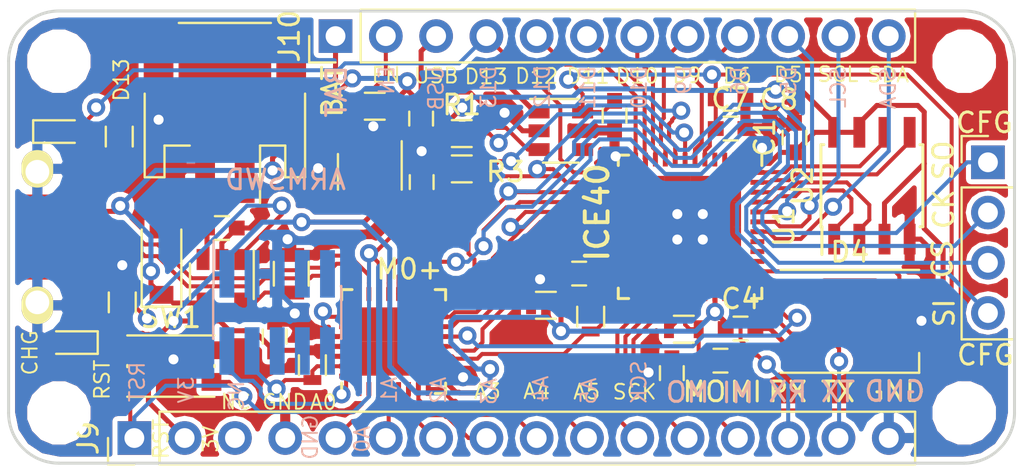
<source format=kicad_pcb>
(kicad_pcb (version 20170123) (host pcbnew "(2017-09-09 revision 8c7175b)-master")
  (layers (0 F.Cu signal) (31 B.Cu signal) (34 B.Paste user) (35 F.Paste user) (36 B.SilkS user hide) (37 F.SilkS user) (38 B.Mask user) (39 F.Mask user) (44 Edge.Cuts user))
  (net 0 "")
  (net 1 +3V3)
  (net 2 GND)
  (net 3 +5V)
  (net 4 "Net-(U3-Pad4)")
  (net 5 /M0_SWDIO)
  (net 6 /M0_SWCLK)
  (net 7 "Net-(U5-Pad27)")
  (net 8 "Net-(U5-Pad25)")
  (net 9 +BATT)
  (net 10 "Net-(J1-Pad4)")
  (net 11 /EN)
  (net 12 "Net-(J6-Pad1)")
  (net 13 "Net-(J5-Pad1)")
  (net 14 "Net-(J4-Pad1)")
  (net 15 "Net-(J3-Pad1)")
  (net 16 /D13)
  (net 17 /CHARGE)
  (net 18 "Net-(D3-Pad1)")
  (net 19 "Net-(D2-Pad1)")
  (net 20 "Net-(R9-Pad1)")
  (net 21 "Net-(U4-Pad4)")
  (net 22 /D6)
  (net 23 /D5)
  (net 24 /D12)
  (net 25 /D11)
  (net 26 /D10)
  (net 27 /D9)
  (net 28 /A5)
  (net 29 /A4)
  (net 30 /A3)
  (net 31 /A2)
  (net 32 /A1)
  (net 33 /A0)
  (net 34 /sharedSCL)
  (net 35 /sharedSDA)
  (net 36 /USB_D-)
  (net 37 /USB_D+)
  (net 38 "Net-(U5-Pad2)")
  (net 39 "Net-(U5-Pad1)")
  (net 40 "Net-(J7-Pad6)")
  (net 41 "Net-(J7-Pad7)")
  (net 42 "Net-(J7-Pad8)")
  (net 43 "Net-(J7-Pad9)")
  (net 44 /M0_RST)
  (net 45 "Net-(J9-Pad3)")
  (net 46 +1V2)
  (net 47 "Net-(R2-Pad2)")
  (net 48 /iceMISO)
  (net 49 /iceMOSI)
  (net 50 /iceSCK)
  (net 51 "Net-(U1-Pad41)")
  (net 52 "Net-(U1-Pad40)")
  (net 53 "Net-(U1-Pad39)")
  (net 54 "Net-(U1-Pad34)")
  (net 55 "Net-(U1-Pad32)")
  (net 56 "Net-(U1-Pad31)")
  (net 57 "Net-(U1-Pad23)")
  (net 58 "Net-(U1-Pad4)")
  (net 59 "Net-(U1-Pad3)")
  (net 60 "Net-(U1-Pad2)")
  (net 61 /iceRX)
  (net 62 /iceTX)
  (net 63 /iceReset)
  (net 64 /iceSDA)
  (net 65 /iceSCL)
  (net 66 /configMOSI)
  (net 67 /configSS)
  (net 68 /configSCK)
  (net 69 /configMISO)
  (net 70 /cdone)
  (net 71 /GCLK5)
  (net 72 /GCLK4)
  (net 73 /M0RX)
  (net 74 /M0TX)
  (net 75 /flashSCK)
  (net 76 /flashMOSI)
  (net 77 /flashMISO)
  (net 78 /flashSS)
  (net 79 "Net-(D4-Pad1)")
  (net 80 /NEOPIX)
  (module Buttons_Switches_SMD:SW_SPST_KMR2 (layer F.Cu) (at 99.63404 78.91272)
    (fp_text reference SW1 (at 0 -2.45) (layer F.SilkS))
    (fp_text value SW_SPST)
    (pad 2 smd rect (at 2.05 0.8 90) (size 0.9 1) (layers F.Cu F.Paste F.Mask) (net 63 /iceReset))
    (pad 1 smd rect (at 2.05 -0.8 90) (size 0.9 1) (layers F.Cu F.Paste F.Mask) (net 2 GND))
    (pad 2 smd rect (at -2.05 0.8 90) (size 0.9 1) (layers F.Cu F.Paste F.Mask) (net 63 /iceReset))
    (pad 1 smd rect (at -2.05 -0.8 90) (size 0.9 1) (layers F.Cu F.Paste F.Mask) (net 2 GND))
  )
  (module LEDs:LED_WS2812B-PLCC4 (layer F.Cu) (at 133.92404 76.64958)
    (fp_text reference D4 (at 0 -3.5) (layer F.SilkS))
    (fp_text value Neopixel_THT)
    (pad 1 smd rect (at -2.5 -1.6) (size 1.6 1) (layers F.Cu F.Paste F.Mask) (net 79 "Net-(D4-Pad1)"))
    (pad 2 smd rect (at -2.5 1.6) (size 1.6 1) (layers F.Cu F.Paste F.Mask) (net 2 GND))
    (pad 4 smd rect (at 2.5 -1.6) (size 1.6 1) (layers F.Cu F.Paste F.Mask) (net 80 /NEOPIX))
    (pad 3 smd rect (at 2.5 1.6) (size 1.6 1) (layers F.Cu F.Paste F.Mask) (net 1 +3V3))
  )
  (module Pin_Headers:Pin_Header_Straight_1x04_Pitch2.54mm (layer F.Cu) (at 140.89888 68.61048)
    (fp_text reference J8)
    (fp_text value Conn_01x04)
    (pad 4 thru_hole oval (at 0 7.62) (size 1.7 1.7) (drill 1) (layers *.Cu *.Mask) (net 66 /configMOSI))
    (pad 3 thru_hole oval (at 0 5.08) (size 1.7 1.7) (drill 1) (layers *.Cu *.Mask) (net 67 /configSS))
    (pad 2 thru_hole oval (at 0 2.54) (size 1.7 1.7) (drill 1) (layers *.Cu *.Mask) (net 68 /configSCK))
    (pad 1 thru_hole rect (at 0 0) (size 1.7 1.7) (drill 1) (layers *.Cu *.Mask) (net 69 /configMISO))
  )
  (module Pin_Headers:Pin_Header_Straight_1x16_Pitch2.54mm (layer F.Cu) (at 97.79 82.55 90)
    (fp_text reference J9 (at 0 -2.33 90) (layer F.SilkS))
    (fp_text value FeatherBottom)
    (pad 1 thru_hole rect (at 0 0 90) (size 1.7 1.7) (drill 1) (layers *.Cu *.Mask) (net 63 /iceReset))
    (pad 2 thru_hole oval (at 0 2.54 90) (size 1.7 1.7) (drill 1) (layers *.Cu *.Mask) (net 1 +3V3))
    (pad 3 thru_hole oval (at 0 5.08 90) (size 1.7 1.7) (drill 1) (layers *.Cu *.Mask) (net 45 "Net-(J9-Pad3)"))
    (pad 4 thru_hole oval (at 0 7.62 90) (size 1.7 1.7) (drill 1) (layers *.Cu *.Mask) (net 2 GND))
    (pad 5 thru_hole oval (at 0 10.16 90) (size 1.7 1.7) (drill 1) (layers *.Cu *.Mask) (net 33 /A0))
    (pad 6 thru_hole oval (at 0 12.7 90) (size 1.7 1.7) (drill 1) (layers *.Cu *.Mask) (net 32 /A1))
    (pad 7 thru_hole oval (at 0 15.24 90) (size 1.7 1.7) (drill 1) (layers *.Cu *.Mask) (net 31 /A2))
    (pad 8 thru_hole oval (at 0 17.78 90) (size 1.7 1.7) (drill 1) (layers *.Cu *.Mask) (net 30 /A3))
    (pad 9 thru_hole oval (at 0 20.32 90) (size 1.7 1.7) (drill 1) (layers *.Cu *.Mask) (net 29 /A4))
    (pad 10 thru_hole oval (at 0 22.86 90) (size 1.7 1.7) (drill 1) (layers *.Cu *.Mask) (net 28 /A5))
    (pad 11 thru_hole oval (at 0 25.4 90) (size 1.7 1.7) (drill 1) (layers *.Cu *.Mask) (net 50 /iceSCK))
    (pad 12 thru_hole oval (at 0 27.94 90) (size 1.7 1.7) (drill 1) (layers *.Cu *.Mask) (net 49 /iceMOSI))
    (pad 13 thru_hole oval (at 0 30.48 90) (size 1.7 1.7) (drill 1) (layers *.Cu *.Mask) (net 48 /iceMISO))
    (pad 14 thru_hole oval (at 0 33.02 90) (size 1.7 1.7) (drill 1) (layers *.Cu *.Mask) (net 61 /iceRX))
    (pad 15 thru_hole oval (at 0 35.56 90) (size 1.7 1.7) (drill 1) (layers *.Cu *.Mask) (net 62 /iceTX))
    (pad 16 thru_hole oval (at 0 38.1 90) (size 1.7 1.7) (drill 1) (layers *.Cu *.Mask) (net 2 GND))
  )
  (module Pin_Headers:Pin_Header_Straight_1x12_Pitch2.54mm (layer F.Cu) (at 107.95 62.23 90)
    (fp_text reference J10 (at 0 -2.33 90) (layer F.SilkS))
    (fp_text value FeatherTop)
    (pad 1 thru_hole rect (at 0 0 90) (size 1.7 1.7) (drill 1) (layers *.Cu *.Mask) (net 9 +BATT))
    (pad 2 thru_hole oval (at 0 2.54 90) (size 1.7 1.7) (drill 1) (layers *.Cu *.Mask) (net 11 /EN))
    (pad 3 thru_hole oval (at 0 5.08 90) (size 1.7 1.7) (drill 1) (layers *.Cu *.Mask) (net 3 +5V))
    (pad 4 thru_hole oval (at 0 7.62 90) (size 1.7 1.7) (drill 1) (layers *.Cu *.Mask) (net 16 /D13))
    (pad 5 thru_hole oval (at 0 10.16 90) (size 1.7 1.7) (drill 1) (layers *.Cu *.Mask) (net 24 /D12))
    (pad 6 thru_hole oval (at 0 12.7 90) (size 1.7 1.7) (drill 1) (layers *.Cu *.Mask) (net 25 /D11))
    (pad 7 thru_hole oval (at 0 15.24 90) (size 1.7 1.7) (drill 1) (layers *.Cu *.Mask) (net 26 /D10))
    (pad 8 thru_hole oval (at 0 17.78 90) (size 1.7 1.7) (drill 1) (layers *.Cu *.Mask) (net 27 /D9))
    (pad 9 thru_hole oval (at 0 20.32 90) (size 1.7 1.7) (drill 1) (layers *.Cu *.Mask) (net 22 /D6))
    (pad 10 thru_hole oval (at 0 22.86 90) (size 1.7 1.7) (drill 1) (layers *.Cu *.Mask) (net 23 /D5))
    (pad 11 thru_hole oval (at 0 25.4 90) (size 1.7 1.7) (drill 1) (layers *.Cu *.Mask) (net 65 /iceSCL))
    (pad 12 thru_hole oval (at 0 27.94 90) (size 1.7 1.7) (drill 1) (layers *.Cu *.Mask) (net 64 /iceSDA))
  )
  (module Housings_SOIC:SOIC-8_3.9x4.9mm_Pitch1.27mm (layer F.Cu) (at 135.0391 69.79412 90)
    (fp_text reference U2 (at 0 -3.5 90) (layer F.SilkS))
    (fp_text value IS25LPXXX)
    (pad 8 smd rect (at 2.7 -1.905 90) (size 1.55 0.6) (layers F.Cu F.Paste F.Mask) (net 1 +3V3))
    (pad 7 smd rect (at 2.7 -0.635 90) (size 1.55 0.6) (layers F.Cu F.Paste F.Mask) (net 1 +3V3))
    (pad 6 smd rect (at 2.7 0.635 90) (size 1.55 0.6) (layers F.Cu F.Paste F.Mask) (net 75 /flashSCK))
    (pad 5 smd rect (at 2.7 1.905 90) (size 1.55 0.6) (layers F.Cu F.Paste F.Mask) (net 76 /flashMOSI))
    (pad 4 smd rect (at -2.7 1.905 90) (size 1.55 0.6) (layers F.Cu F.Paste F.Mask) (net 2 GND))
    (pad 3 smd rect (at -2.7 0.635 90) (size 1.55 0.6) (layers F.Cu F.Paste F.Mask) (net 1 +3V3))
    (pad 2 smd rect (at -2.7 -0.635 90) (size 1.55 0.6) (layers F.Cu F.Paste F.Mask) (net 77 /flashMISO))
    (pad 1 smd rect (at -2.7 -1.905 90) (size 1.55 0.6) (layers F.Cu F.Paste F.Mask) (net 78 /flashSS))
  )
  (module Resistors_SMD:R_0603 (layer F.Cu) (at 114.3254 68.94322)
    (fp_text reference R3 (at 2.20472 0.14986) (layer F.SilkS))
    (fp_text value 10k)
    (pad 2 smd rect (at 0.75 0) (size 0.5 0.9) (layers F.Cu F.Paste F.Mask) (net 70 /cdone))
    (pad 1 smd rect (at -0.75 0) (size 0.5 0.9) (layers F.Cu F.Paste F.Mask) (net 1 +3V3))
  )
  (module Resistors_SMD:R_0603 (layer F.Cu) (at 118.57482 75.83932 180)
    (fp_text reference R6)
    (fp_text value 4.7k)
    (pad 1 smd rect (at -0.75 0 180) (size 0.5 0.9) (layers F.Cu F.Paste F.Mask) (net 1 +3V3))
    (pad 2 smd rect (at 0.75 0 180) (size 0.5 0.9) (layers F.Cu F.Paste F.Mask) (net 34 /sharedSCL))
  )
  (module Resistors_SMD:R_0603 (layer F.Cu) (at 120.83542 76.41336 270)
    (fp_text reference R7)
    (fp_text value 4.7k)
    (pad 2 smd rect (at 0.75 0 270) (size 0.5 0.9) (layers F.Cu F.Paste F.Mask) (net 35 /sharedSDA))
    (pad 1 smd rect (at -0.75 0 270) (size 0.5 0.9) (layers F.Cu F.Paste F.Mask) (net 1 +3V3))
  )
  (module Capacitors_SMD:C_0603 (layer F.Cu) (at 131.1275 67.3608 90)
    (fp_text reference C1 (at 0 -1.5 90) (layer F.SilkS))
    (fp_text value 0.1uF)
    (pad 1 smd rect (at -0.75 0 90) (size 0.8 0.75) (layers F.Cu F.Paste F.Mask) (net 1 +3V3))
    (pad 2 smd rect (at 0.75 0 90) (size 0.8 0.75) (layers F.Cu F.Paste F.Mask) (net 2 GND))
  )
  (module Capacitors_SMD:C_0603 (layer F.Cu) (at 120.25376 74.23658 180)
    (fp_text reference C2)
    (fp_text value 0.1uF)
    (pad 2 smd rect (at 0.75 0 180) (size 0.8 0.75) (layers F.Cu F.Paste F.Mask) (net 2 GND))
    (pad 1 smd rect (at -0.75 0 180) (size 0.8 0.75) (layers F.Cu F.Paste F.Mask) (net 1 +3V3))
  )
  (module Capacitors_SMD:C_0603 (layer F.Cu) (at 128.40462 77.0128)
    (fp_text reference C4 (at 0 -1.5) (layer F.SilkS))
    (fp_text value 0.1uF)
    (pad 2 smd rect (at 0.75 0) (size 0.8 0.75) (layers F.Cu F.Paste F.Mask) (net 2 GND))
    (pad 1 smd rect (at -0.75 0) (size 0.8 0.75) (layers F.Cu F.Paste F.Mask) (net 1 +3V3))
  )
  (module Capacitors_SMD:C_0603 (layer F.Cu) (at 124.93498 79.26832 270)
    (fp_text reference C5)
    (fp_text value 0.1uF)
    (pad 1 smd rect (at -0.75 0 270) (size 0.8 0.75) (layers F.Cu F.Paste F.Mask) (net 46 +1V2))
    (pad 2 smd rect (at 0.75 0 270) (size 0.8 0.75) (layers F.Cu F.Paste F.Mask) (net 2 GND))
  )
  (module Capacitors_SMD:C_0603 (layer F.Cu) (at 127.39116 78.6384)
    (fp_text reference C6)
    (fp_text value 10uF)
    (pad 2 smd rect (at 0.75 0) (size 0.8 0.75) (layers F.Cu F.Paste F.Mask) (net 2 GND))
    (pad 1 smd rect (at -0.75 0) (size 0.8 0.75) (layers F.Cu F.Paste F.Mask) (net 46 +1V2))
  )
  (module Capacitors_SMD:C_0603 (layer F.Cu) (at 127.9017 66.9036)
    (fp_text reference C7 (at 0 -1.5) (layer F.SilkS))
    (fp_text value 1uF)
    (pad 1 smd rect (at -0.75 0) (size 0.8 0.75) (layers F.Cu F.Paste F.Mask) (net 46 +1V2))
    (pad 2 smd rect (at 0.75 0) (size 0.8 0.75) (layers F.Cu F.Paste F.Mask) (net 2 GND))
  )
  (module Capacitors_SMD:C_0603 (layer F.Cu) (at 127.9017 65.40246)
    (fp_text reference C8 (at 2.43586 0.0381) (layer F.SilkS))
    (fp_text value 0.1uF)
    (pad 2 smd rect (at 0.75 0) (size 0.8 0.75) (layers F.Cu F.Paste F.Mask) (net 2 GND))
    (pad 1 smd rect (at -0.75 0) (size 0.8 0.75) (layers F.Cu F.Paste F.Mask) (net 46 +1V2))
  )
  (module Housings_DFN_QFN:QFN-48-1EP_7x7mm_Pitch0.5mm (layer F.Cu) (at 125.85446 71.87184 270)
    (fp_text reference U1 (at 0 -4.75 270) (layer F.SilkS))
    (fp_text value ICE40UP5K-SG48)
    (pad 49 smd rect (at -1.93125 -1.93125 270) (size 1.2875 1.2875) (layers F.Cu F.Paste F.Mask) (net 2 GND))
    (pad 49 smd rect (at -1.93125 -0.64375 270) (size 1.2875 1.2875) (layers F.Cu F.Paste F.Mask) (net 2 GND))
    (pad 49 smd rect (at -1.93125 0.64375 270) (size 1.2875 1.2875) (layers F.Cu F.Paste F.Mask) (net 2 GND))
    (pad 49 smd rect (at -1.93125 1.93125 270) (size 1.2875 1.2875) (layers F.Cu F.Paste F.Mask) (net 2 GND))
    (pad 49 smd rect (at -0.64375 -1.93125 270) (size 1.2875 1.2875) (layers F.Cu F.Paste F.Mask) (net 2 GND))
    (pad 49 smd rect (at -0.64375 -0.64375 270) (size 1.2875 1.2875) (layers F.Cu F.Paste F.Mask) (net 2 GND))
    (pad 49 smd rect (at -0.64375 0.64375 270) (size 1.2875 1.2875) (layers F.Cu F.Paste F.Mask) (net 2 GND))
    (pad 49 smd rect (at -0.64375 1.93125 270) (size 1.2875 1.2875) (layers F.Cu F.Paste F.Mask) (net 2 GND))
    (pad 49 smd rect (at 0.64375 -1.93125 270) (size 1.2875 1.2875) (layers F.Cu F.Paste F.Mask) (net 2 GND))
    (pad 49 smd rect (at 0.64375 -0.64375 270) (size 1.2875 1.2875) (layers F.Cu F.Paste F.Mask) (net 2 GND))
    (pad 49 smd rect (at 0.64375 0.64375 270) (size 1.2875 1.2875) (layers F.Cu F.Paste F.Mask) (net 2 GND))
    (pad 49 smd rect (at 0.64375 1.93125 270) (size 1.2875 1.2875) (layers F.Cu F.Paste F.Mask) (net 2 GND))
    (pad 49 smd rect (at 1.93125 -1.93125 270) (size 1.2875 1.2875) (layers F.Cu F.Paste F.Mask) (net 2 GND))
    (pad 49 smd rect (at 1.93125 -0.64375 270) (size 1.2875 1.2875) (layers F.Cu F.Paste F.Mask) (net 2 GND))
    (pad 49 smd rect (at 1.93125 0.64375 270) (size 1.2875 1.2875) (layers F.Cu F.Paste F.Mask) (net 2 GND))
    (pad 49 smd rect (at 1.93125 1.93125 270) (size 1.2875 1.2875) (layers F.Cu F.Paste F.Mask) (net 2 GND))
    (pad 48 smd rect (at -2.75 -3.4) (size 0.7 0.25) (layers F.Cu F.Paste F.Mask) (net 75 /flashSCK))
    (pad 47 smd rect (at -2.25 -3.4) (size 0.7 0.25) (layers F.Cu F.Paste F.Mask) (net 76 /flashMOSI))
    (pad 46 smd rect (at -1.75 -3.4) (size 0.7 0.25) (layers F.Cu F.Paste F.Mask) (net 77 /flashMISO))
    (pad 45 smd rect (at -1.25 -3.4) (size 0.7 0.25) (layers F.Cu F.Paste F.Mask) (net 78 /flashSS))
    (pad 44 smd rect (at -0.75 -3.4) (size 0.7 0.25) (layers F.Cu F.Paste F.Mask) (net 23 /D5))
    (pad 43 smd rect (at -0.25 -3.4) (size 0.7 0.25) (layers F.Cu F.Paste F.Mask) (net 65 /iceSCL))
    (pad 42 smd rect (at 0.25 -3.4) (size 0.7 0.25) (layers F.Cu F.Paste F.Mask) (net 64 /iceSDA))
    (pad 41 smd rect (at 0.75 -3.4) (size 0.7 0.25) (layers F.Cu F.Paste F.Mask) (net 51 "Net-(U1-Pad41)"))
    (pad 40 smd rect (at 1.25 -3.4) (size 0.7 0.25) (layers F.Cu F.Paste F.Mask) (net 52 "Net-(U1-Pad40)"))
    (pad 39 smd rect (at 1.75 -3.4) (size 0.7 0.25) (layers F.Cu F.Paste F.Mask) (net 53 "Net-(U1-Pad39)"))
    (pad 38 smd rect (at 2.25 -3.4) (size 0.7 0.25) (layers F.Cu F.Paste F.Mask) (net 80 /NEOPIX))
    (pad 37 smd rect (at 2.75 -3.4) (size 0.7 0.25) (layers F.Cu F.Paste F.Mask) (net 72 /GCLK4))
    (pad 36 smd rect (at 3.4 -2.75 270) (size 0.7 0.25) (layers F.Cu F.Paste F.Mask) (net 62 /iceTX))
    (pad 35 smd rect (at 3.4 -2.25 270) (size 0.7 0.25) (layers F.Cu F.Paste F.Mask) (net 61 /iceRX))
    (pad 34 smd rect (at 3.4 -1.75 270) (size 0.7 0.25) (layers F.Cu F.Paste F.Mask) (net 54 "Net-(U1-Pad34)"))
    (pad 33 smd rect (at 3.4 -1.25 270) (size 0.7 0.25) (layers F.Cu F.Paste F.Mask) (net 1 +3V3))
    (pad 32 smd rect (at 3.4 -0.75 270) (size 0.7 0.25) (layers F.Cu F.Paste F.Mask) (net 55 "Net-(U1-Pad32)"))
    (pad 31 smd rect (at 3.4 -0.25 270) (size 0.7 0.25) (layers F.Cu F.Paste F.Mask) (net 56 "Net-(U1-Pad31)"))
    (pad 30 smd rect (at 3.4 0.25 270) (size 0.7 0.25) (layers F.Cu F.Paste F.Mask) (net 46 +1V2))
    (pad 29 smd rect (at 3.4 0.75 270) (size 0.7 0.25) (layers F.Cu F.Paste F.Mask) (net 47 "Net-(R2-Pad2)"))
    (pad 28 smd rect (at 3.4 1.25 270) (size 0.7 0.25) (layers F.Cu F.Paste F.Mask) (net 48 /iceMISO))
    (pad 27 smd rect (at 3.4 1.75 270) (size 0.7 0.25) (layers F.Cu F.Paste F.Mask) (net 49 /iceMOSI))
    (pad 26 smd rect (at 3.4 2.25 270) (size 0.7 0.25) (layers F.Cu F.Paste F.Mask) (net 50 /iceSCK))
    (pad 25 smd rect (at 3.4 2.75 270) (size 0.7 0.25) (layers F.Cu F.Paste F.Mask) (net 35 /sharedSDA))
    (pad 24 smd rect (at 2.75 3.4) (size 0.7 0.25) (layers F.Cu F.Paste F.Mask) (net 1 +3V3))
    (pad 23 smd rect (at 2.25 3.4) (size 0.7 0.25) (layers F.Cu F.Paste F.Mask) (net 57 "Net-(U1-Pad23)"))
    (pad 22 smd rect (at 1.75 3.4) (size 0.7 0.25) (layers F.Cu F.Paste F.Mask) (net 1 +3V3))
    (pad 21 smd rect (at 1.25 3.4) (size 0.7 0.25) (layers F.Cu F.Paste F.Mask) (net 34 /sharedSCL))
    (pad 20 smd rect (at 0.75 3.4) (size 0.7 0.25) (layers F.Cu F.Paste F.Mask) (net 71 /GCLK5))
    (pad 19 smd rect (at 0.25 3.4) (size 0.7 0.25) (layers F.Cu F.Paste F.Mask) (net 74 /M0TX))
    (pad 18 smd rect (at -0.25 3.4) (size 0.7 0.25) (layers F.Cu F.Paste F.Mask) (net 73 /M0RX))
    (pad 17 smd rect (at -0.75 3.4) (size 0.7 0.25) (layers F.Cu F.Paste F.Mask) (net 66 /configMOSI))
    (pad 16 smd rect (at -1.25 3.4) (size 0.7 0.25) (layers F.Cu F.Paste F.Mask) (net 67 /configSS))
    (pad 15 smd rect (at -1.75 3.4) (size 0.7 0.25) (layers F.Cu F.Paste F.Mask) (net 68 /configSCK))
    (pad 14 smd rect (at -2.25 3.4) (size 0.7 0.25) (layers F.Cu F.Paste F.Mask) (net 69 /configMISO))
    (pad 13 smd rect (at -2.75 3.4) (size 0.7 0.25) (layers F.Cu F.Paste F.Mask) (net 16 /D13))
    (pad 12 smd rect (at -3.4 2.75 270) (size 0.7 0.25) (layers F.Cu F.Paste F.Mask) (net 24 /D12))
    (pad 11 smd rect (at -3.4 2.25 270) (size 0.7 0.25) (layers F.Cu F.Paste F.Mask) (net 25 /D11))
    (pad 10 smd rect (at -3.4 1.75 270) (size 0.7 0.25) (layers F.Cu F.Paste F.Mask) (net 26 /D10))
    (pad 9 smd rect (at -3.4 1.25 270) (size 0.7 0.25) (layers F.Cu F.Paste F.Mask) (net 27 /D9))
    (pad 8 smd rect (at -3.4 0.75 270) (size 0.7 0.25) (layers F.Cu F.Paste F.Mask) (net 63 /iceReset))
    (pad 7 smd rect (at -3.4 0.25 270) (size 0.7 0.25) (layers F.Cu F.Paste F.Mask) (net 70 /cdone))
    (pad 6 smd rect (at -3.4 -0.25 270) (size 0.7 0.25) (layers F.Cu F.Paste F.Mask) (net 22 /D6))
    (pad 5 smd rect (at -3.4 -0.75 270) (size 0.7 0.25) (layers F.Cu F.Paste F.Mask) (net 46 +1V2))
    (pad 4 smd rect (at -3.4 -1.25 270) (size 0.7 0.25) (layers F.Cu F.Paste F.Mask) (net 58 "Net-(U1-Pad4)"))
    (pad 3 smd rect (at -3.4 -1.75 270) (size 0.7 0.25) (layers F.Cu F.Paste F.Mask) (net 59 "Net-(U1-Pad3)"))
    (pad 2 smd rect (at -3.4 -2.25 270) (size 0.7 0.25) (layers F.Cu F.Paste F.Mask) (net 60 "Net-(U1-Pad2)"))
    (pad 1 smd rect (at -3.4 -2.75 270) (size 0.7 0.25) (layers F.Cu F.Paste F.Mask) (net 1 +3V3))
  )
  (module Resistors_SMD:R_0603 (layer F.Cu) (at 114.3254 67.1576)
    (fp_text reference R1 (at 0 -1.45) (layer F.SilkS))
    (fp_text value 10k)
    (pad 1 smd rect (at -0.75 0) (size 0.5 0.9) (layers F.Cu F.Paste F.Mask) (net 1 +3V3))
    (pad 2 smd rect (at 0.75 0) (size 0.5 0.9) (layers F.Cu F.Paste F.Mask) (net 63 /iceReset))
  )
  (module Resistors_SMD:R_0603 (layer F.Cu) (at 125.5395 77.04836 180)
    (fp_text reference R2)
    (fp_text value 100)
    (pad 2 smd rect (at 0.75 0 180) (size 0.5 0.9) (layers F.Cu F.Paste F.Mask) (net 47 "Net-(R2-Pad2)"))
    (pad 1 smd rect (at -0.75 0 180) (size 0.5 0.9) (layers F.Cu F.Paste F.Mask) (net 46 +1V2))
  )
  (module Resistors_SMD:R_0805 (layer F.Cu) (at 105.7148 74.2442 90)
    (fp_text reference R9 hide)
    (fp_text value 10k)
    (pad 2 smd rect (at 0.95 0 90) (size 0.7 1.3) (layers F.Cu F.Paste F.Mask) (net 2 GND))
    (pad 1 smd rect (at -0.95 0 90) (size 0.7 1.3) (layers F.Cu F.Paste F.Mask) (net 20 "Net-(R9-Pad1)"))
  )
  (module Pin_Headers:Pin_Header_Straight_2x05_Pitch1.27mm_SMD (layer B.Cu) (at 105.0036 76.2 270)
    (fp_text reference J7 hide)
    (fp_text value CONN_02X05)
    (pad 1 smd rect (at -1.95 2.54 270) (size 2.4 0.75) (layers B.Cu B.Paste B.Mask) (net 1 +3V3))
    (pad 2 smd rect (at 1.95 2.54 270) (size 2.4 0.75) (layers B.Cu B.Paste B.Mask) (net 5 /M0_SWDIO))
    (pad 3 smd rect (at -1.95 1.27 270) (size 2.4 0.75) (layers B.Cu B.Paste B.Mask) (net 2 GND))
    (pad 4 smd rect (at 1.95 1.27 270) (size 2.4 0.75) (layers B.Cu B.Paste B.Mask) (net 6 /M0_SWCLK))
    (pad 5 smd rect (at -1.95 0 270) (size 2.4 0.75) (layers B.Cu B.Paste B.Mask) (net 2 GND))
    (pad 6 smd rect (at 1.95 0 270) (size 2.4 0.75) (layers B.Cu B.Paste B.Mask) (net 40 "Net-(J7-Pad6)"))
    (pad 7 smd rect (at -1.95 -1.27 270) (size 2.4 0.75) (layers B.Cu B.Paste B.Mask) (net 41 "Net-(J7-Pad7)"))
    (pad 8 smd rect (at 1.95 -1.27 270) (size 2.4 0.75) (layers B.Cu B.Paste B.Mask) (net 42 "Net-(J7-Pad8)"))
    (pad 9 smd rect (at -1.95 -2.54 270) (size 2.4 0.75) (layers B.Cu B.Paste B.Mask) (net 43 "Net-(J7-Pad9)"))
    (pad 10 smd rect (at 1.95 -2.54 270) (size 2.4 0.75) (layers B.Cu B.Paste B.Mask) (net 44 /M0_RST))
  )
  (module Resistors_SMD:R_0603 (layer F.Cu) (at 106.7816 78.867 270)
    (fp_text reference R10 hide)
    (fp_text value 1k)
    (pad 2 smd rect (at 0.75 0 270) (size 0.5 0.9) (layers F.Cu F.Paste F.Mask) (net 6 /M0_SWCLK))
    (pad 1 smd rect (at -0.75 0 270) (size 0.5 0.9) (layers F.Cu F.Paste F.Mask) (net 1 +3V3))
  )
  (module Capacitors_SMD:C_0603 (layer F.Cu) (at 112.30102 69.61124 90)
    (fp_text reference C14 hide)
    (fp_text value 10uF)
    (pad 2 smd rect (at 0.75 0 90) (size 0.8 0.75) (layers F.Cu F.Paste F.Mask) (net 2 GND))
    (pad 1 smd rect (at -0.75 0 90) (size 0.8 0.75) (layers F.Cu F.Paste F.Mask) (net 1 +3V3))
  )
  (module Capacitors_SMD:C_0603 (layer F.Cu) (at 122.04192 66.25082 270)
    (fp_text reference C16 hide)
    (fp_text value 10uF)
    (pad 2 smd rect (at 0.75 0 270) (size 0.8 0.75) (layers F.Cu F.Paste F.Mask) (net 2 GND))
    (pad 1 smd rect (at -0.75 0 270) (size 0.8 0.75) (layers F.Cu F.Paste F.Mask) (net 46 +1V2))
  )
  (module Capacitors_SMD:C_0603 (layer F.Cu) (at 104.8766 77.4192 270)
    (fp_text reference C18 hide)
    (fp_text value 1uF)
    (pad 2 smd rect (at 0.75 0 270) (size 0.8 0.75) (layers F.Cu F.Paste F.Mask) (net 1 +3V3))
    (pad 1 smd rect (at -0.75 0 270) (size 0.8 0.75) (layers F.Cu F.Paste F.Mask) (net 2 GND))
  )
  (module Capacitors_SMD:C_0603 (layer F.Cu) (at 112.27308 66.40068 270)
    (fp_text reference C19 hide)
    (fp_text value 10uF)
    (pad 1 smd rect (at -0.75 0 270) (size 0.8 0.75) (layers F.Cu F.Paste F.Mask) (net 3 +5V))
    (pad 2 smd rect (at 0.75 0 270) (size 0.8 0.75) (layers F.Cu F.Paste F.Mask) (net 2 GND))
  )
  (module Capacitors_SMD:C_0603 (layer F.Cu) (at 102.2096 71.9328)
    (fp_text reference C20 hide)
    (fp_text value 10uF)
    (pad 2 smd rect (at 0.75 0) (size 0.8 0.75) (layers F.Cu F.Paste F.Mask) (net 2 GND))
    (pad 1 smd rect (at -0.75 0) (size 0.8 0.75) (layers F.Cu F.Paste F.Mask) (net 9 +BATT))
  )
  (module Resistors_SMD:R_0603 (layer F.Cu) (at 109.9312 65.77584 180)
    (fp_text reference R4 hide)
    (fp_text value 100k)
    (pad 1 smd rect (at -0.75 0 180) (size 0.5 0.9) (layers F.Cu F.Paste F.Mask) (net 3 +5V))
    (pad 2 smd rect (at 0.75 0 180) (size 0.5 0.9) (layers F.Cu F.Paste F.Mask) (net 11 /EN))
  )
  (module Resistors_SMD:R_0603 (layer F.Cu) (at 97.1804 75.692 90)
    (fp_text reference R5 hide)
    (fp_text value 1k)
    (pad 2 smd rect (at 0.75 0 90) (size 0.5 0.9) (layers F.Cu F.Paste F.Mask) (net 17 /CHARGE))
    (pad 1 smd rect (at -0.75 0 90) (size 0.5 0.9) (layers F.Cu F.Paste F.Mask) (net 19 "Net-(D2-Pad1)"))
  )
  (module Resistors_SMD:R_0603 (layer F.Cu) (at 97.028 67.31 270)
    (fp_text reference R8 hide)
    (fp_text value 1k)
    (pad 1 smd rect (at -0.75 0 270) (size 0.5 0.9) (layers F.Cu F.Paste F.Mask) (net 18 "Net-(D3-Pad1)"))
    (pad 2 smd rect (at 0.75 0 270) (size 0.5 0.9) (layers F.Cu F.Paste F.Mask) (net 2 GND))
  )
  (module TO_SOT_Packages_SMD:SOT-23-5 (layer F.Cu) (at 109.68228 69.09308 270)
    (fp_text reference U3 hide)
    (fp_text value SPX3819M5-L-3-3/TR)
    (pad 5 smd rect (at 1.1 -0.95 270) (size 1.06 0.65) (layers F.Cu F.Paste F.Mask) (net 1 +3V3))
    (pad 4 smd rect (at 1.1 0.95 270) (size 1.06 0.65) (layers F.Cu F.Paste F.Mask) (net 4 "Net-(U3-Pad4)"))
    (pad 3 smd rect (at -1.1 0.95 270) (size 1.06 0.65) (layers F.Cu F.Paste F.Mask) (net 11 /EN))
    (pad 2 smd rect (at -1.1 0 270) (size 1.06 0.65) (layers F.Cu F.Paste F.Mask) (net 2 GND))
    (pad 1 smd rect (at -1.1 -0.95 270) (size 1.06 0.65) (layers F.Cu F.Paste F.Mask) (net 3 +5V))
  )
  (module TO_SOT_Packages_SMD:SOT-23-5 (layer F.Cu) (at 119.3292 67.0179)
    (fp_text reference U4 hide)
    (fp_text value SPX3819M5-L-1-2/TR)
    (pad 1 smd rect (at -1.1 -0.95) (size 1.06 0.65) (layers F.Cu F.Paste F.Mask) (net 3 +5V))
    (pad 2 smd rect (at -1.1 0) (size 1.06 0.65) (layers F.Cu F.Paste F.Mask) (net 2 GND))
    (pad 3 smd rect (at -1.1 0.95) (size 1.06 0.65) (layers F.Cu F.Paste F.Mask) (net 11 /EN))
    (pad 4 smd rect (at 1.1 0.95) (size 1.06 0.65) (layers F.Cu F.Paste F.Mask) (net 21 "Net-(U4-Pad4)"))
    (pad 5 smd rect (at 1.1 -0.95) (size 1.06 0.65) (layers F.Cu F.Paste F.Mask) (net 46 +1V2))
  )
  (module TO_SOT_Packages_SMD:SOT-23-5 (layer F.Cu) (at 102.2096 74.6252 270)
    (fp_text reference U6 hide)
    (fp_text value MCP73831)
    (pad 5 smd rect (at 1.1 -0.95 270) (size 1.06 0.65) (layers F.Cu F.Paste F.Mask) (net 20 "Net-(R9-Pad1)"))
    (pad 4 smd rect (at 1.1 0.95 270) (size 1.06 0.65) (layers F.Cu F.Paste F.Mask) (net 3 +5V))
    (pad 3 smd rect (at -1.1 0.95 270) (size 1.06 0.65) (layers F.Cu F.Paste F.Mask) (net 9 +BATT))
    (pad 2 smd rect (at -1.1 0 270) (size 1.06 0.65) (layers F.Cu F.Paste F.Mask) (net 2 GND))
    (pad 1 smd rect (at -1.1 -0.95 270) (size 1.06 0.65) (layers F.Cu F.Paste F.Mask) (net 17 /CHARGE))
  )
  (module Diodes_SMD:D_0603 (layer F.Cu) (at 93.98 67.056)
    (fp_text reference D3 hide)
    (fp_text value Red)
    (pad 1 smd rect (at -0.85 0) (size 0.6 0.8) (layers F.Cu F.Paste F.Mask) (net 18 "Net-(D3-Pad1)"))
    (pad 2 smd rect (at 0.85 0) (size 0.6 0.8) (layers F.Cu F.Paste F.Mask) (net 16 /D13))
  )
  (module Diodes_SMD:D_0603 (layer F.Cu) (at 94.6404 77.724 180)
    (fp_text reference D2 hide)
    (fp_text value Yellow)
    (pad 2 smd rect (at 0.85 0 180) (size 0.6 0.8) (layers F.Cu F.Paste F.Mask) (net 1 +3V3))
    (pad 1 smd rect (at -0.85 0 180) (size 0.6 0.8) (layers F.Cu F.Paste F.Mask) (net 19 "Net-(D2-Pad1)"))
  )
  (module Mounting_Holes:MountingHole_2.7mm_M2.5 (layer F.Cu) (at 139.7 81.28)
    (fp_text reference J3 hide)
    (fp_text value CONN_01X01)
    (pad 1 np_thru_hole circle (at 0 0) (size 2.7 2.7) (drill 2.7) (layers *.Cu *.Mask) (net 15 "Net-(J3-Pad1)"))
  )
  (module Mounting_Holes:MountingHole_2.7mm_M2.5 (layer F.Cu) (at 139.7 63.5)
    (fp_text reference J4 hide)
    (fp_text value CONN_01X01)
    (pad 1 np_thru_hole circle (at 0 0) (size 2.7 2.7) (drill 2.7) (layers *.Cu *.Mask) (net 14 "Net-(J4-Pad1)"))
  )
  (module Mounting_Holes:MountingHole_2.7mm_M2.5 (layer F.Cu) (at 93.98 81.28)
    (fp_text reference J5 hide)
    (fp_text value CONN_01X01)
    (pad 1 np_thru_hole circle (at 0 0) (size 2.7 2.7) (drill 2.7) (layers *.Cu *.Mask) (net 13 "Net-(J5-Pad1)"))
  )
  (module Mounting_Holes:MountingHole_2.7mm_M2.5 (layer F.Cu) (at 93.98 63.5)
    (fp_text reference J6 hide)
    (fp_text value CONN_01X01)
    (pad 1 np_thru_hole circle (at 0 0) (size 2.7 2.7) (drill 2.7) (layers *.Cu *.Mask) (net 12 "Net-(J6-Pad1)"))
  )
  (module fci:Mini-USB-B-OshPark (layer F.Cu) (at 92.8925 72.39 270)
    (fp_text reference J1 hide)
    (fp_text value USB_OTG)
    (pad 6 smd rect (at -3.4 -2.45 270) (size 1.8 1.4) (layers F.Cu F.Paste F.Mask) (net 2 GND))
    (pad 6 smd rect (at 3.4 -2.45 270) (size 1.8 1.4) (layers F.Cu F.Paste F.Mask) (net 2 GND))
    (pad 1 smd rect (at -1.3 -2.675 270) (size 0.4 1.35) (layers F.Cu F.Paste F.Mask) (net 3 +5V))
    (pad 2 smd rect (at -0.65 -2.675 270) (size 0.4 1.35) (layers F.Cu F.Paste F.Mask) (net 36 /USB_D-))
    (pad 3 smd rect (at 0 -2.675 270) (size 0.4 1.35) (layers F.Cu F.Paste F.Mask) (net 37 /USB_D+))
    (pad 4 smd rect (at 0.65 -2.675 270) (size 0.4 1.35) (layers F.Cu F.Paste F.Mask) (net 10 "Net-(J1-Pad4)"))
    (pad 5 smd rect (at 1.3 -2.675 270) (size 0.4 1.35) (layers F.Cu F.Paste F.Mask) (net 2 GND))
    (pad 6 smd rect (at -1.2 0 270) (size 1.9 1.9) (layers F.Cu F.Paste F.Mask) (net 2 GND))
    (pad 6 smd rect (at 1.2 0 270) (size 1.9 1.9) (layers F.Cu F.Paste F.Mask) (net 2 GND))
    (pad 6 thru_hole oval (at -3.3 0 270) (size 1.9 1.6) (drill 1.2 (offset -0.15 0)) (layers *.Cu *.Mask F.SilkS) (net 2 GND))
    (pad 6 thru_hole oval (at 3.3 0 270) (size 1.9 1.6) (drill 1.2 (offset 0.15 0)) (layers *.Cu *.Mask F.SilkS) (net 2 GND))
  )
  (module Connectors_JST:JST_PH_S2B-PH-SM4-TB_02x2.00mm_Angled (layer F.Cu) (at 102.362 66.04 180)
    (fp_text reference J2 hide)
    (fp_text value CONN_01X02)
    (pad "" smd rect (at 3.35 2.875 180) (size 1.5 3.4) (layers F.Cu F.Paste F.Mask))
    (pad "" smd rect (at -3.35 2.875 180) (size 1.5 3.4) (layers F.Cu F.Paste F.Mask))
    (pad 2 smd rect (at 1 -2.875 180) (size 1 3.5) (layers F.Cu F.Paste F.Mask) (net 2 GND))
    (pad 1 smd rect (at -1 -2.875 180) (size 1 3.5) (layers F.Cu F.Paste F.Mask) (net 9 +BATT))
  )
  (module Diodes_SMD:D_SOD-123 (layer F.Cu) (at 99.1616 73.66 90)
    (fp_text reference D1 hide)
    (fp_text value MBR120)
    (pad 2 smd rect (at 1.65 0 90) (size 0.9 1.2) (layers F.Cu F.Paste F.Mask) (net 9 +BATT))
    (pad 1 smd rect (at -1.65 0 90) (size 0.9 1.2) (layers F.Cu F.Paste F.Mask) (net 3 +5V))
  )
  (module Housings_DFN_QFN:QFN-32-1EP_5x5mm_Pitch0.5mm (layer F.Cu) (at 110.884 77.6706 90)
    (fp_text reference U5 hide)
    (fp_text value SAMD21E)
    (pad 33 smd rect (at -0.8625 -0.8625 90) (size 1.725 1.725) (layers F.Cu F.Paste F.Mask))
    (pad 33 smd rect (at -0.8625 0.8625 90) (size 1.725 1.725) (layers F.Cu F.Paste F.Mask))
    (pad 33 smd rect (at 0.8625 -0.8625 90) (size 1.725 1.725) (layers F.Cu F.Paste F.Mask))
    (pad 33 smd rect (at 0.8625 0.8625 90) (size 1.725 1.725) (layers F.Cu F.Paste F.Mask))
    (pad 32 smd rect (at -1.75 -2.4 180) (size 0.7 0.25) (layers F.Cu F.Paste F.Mask) (net 5 /M0_SWDIO))
    (pad 31 smd rect (at -1.25 -2.4 180) (size 0.7 0.25) (layers F.Cu F.Paste F.Mask) (net 6 /M0_SWCLK))
    (pad 30 smd rect (at -0.75 -2.4 180) (size 0.7 0.25) (layers F.Cu F.Paste F.Mask) (net 1 +3V3))
    (pad 29 smd rect (at -0.25 -2.4 180) (size 0.7 0.25) (layers F.Cu F.Paste F.Mask) (net 1 +3V3))
    (pad 28 smd rect (at 0.25 -2.4 180) (size 0.7 0.25) (layers F.Cu F.Paste F.Mask) (net 2 GND))
    (pad 27 smd rect (at 0.75 -2.4 180) (size 0.7 0.25) (layers F.Cu F.Paste F.Mask) (net 7 "Net-(U5-Pad27)"))
    (pad 26 smd rect (at 1.25 -2.4 180) (size 0.7 0.25) (layers F.Cu F.Paste F.Mask) (net 44 /M0_RST))
    (pad 25 smd rect (at 1.75 -2.4 180) (size 0.7 0.25) (layers F.Cu F.Paste F.Mask) (net 8 "Net-(U5-Pad25)"))
    (pad 24 smd rect (at 2.4 -1.75 90) (size 0.7 0.25) (layers F.Cu F.Paste F.Mask) (net 37 /USB_D+))
    (pad 23 smd rect (at 2.4 -1.25 90) (size 0.7 0.25) (layers F.Cu F.Paste F.Mask) (net 36 /USB_D-))
    (pad 22 smd rect (at 2.4 -0.75 90) (size 0.7 0.25) (layers F.Cu F.Paste F.Mask) (net 63 /iceReset))
    (pad 21 smd rect (at 2.4 -0.25 90) (size 0.7 0.25) (layers F.Cu F.Paste F.Mask) (net 70 /cdone))
    (pad 20 smd rect (at 2.4 0.25 90) (size 0.7 0.25) (layers F.Cu F.Paste F.Mask) (net 69 /configMISO))
    (pad 19 smd rect (at 2.4 0.75 90) (size 0.7 0.25) (layers F.Cu F.Paste F.Mask) (net 67 /configSS))
    (pad 18 smd rect (at 2.4 1.25 90) (size 0.7 0.25) (layers F.Cu F.Paste F.Mask) (net 68 /configSCK))
    (pad 17 smd rect (at 2.4 1.75 90) (size 0.7 0.25) (layers F.Cu F.Paste F.Mask) (net 66 /configMOSI))
    (pad 16 smd rect (at 1.75 2.4 180) (size 0.7 0.25) (layers F.Cu F.Paste F.Mask) (net 73 /M0RX))
    (pad 15 smd rect (at 1.25 2.4 180) (size 0.7 0.25) (layers F.Cu F.Paste F.Mask) (net 74 /M0TX))
    (pad 14 smd rect (at 0.75 2.4 180) (size 0.7 0.25) (layers F.Cu F.Paste F.Mask) (net 71 /GCLK5))
    (pad 13 smd rect (at 0.25 2.4 180) (size 0.7 0.25) (layers F.Cu F.Paste F.Mask) (net 72 /GCLK4))
    (pad 12 smd rect (at -0.25 2.4 180) (size 0.7 0.25) (layers F.Cu F.Paste F.Mask) (net 34 /sharedSCL))
    (pad 11 smd rect (at -0.75 2.4 180) (size 0.7 0.25) (layers F.Cu F.Paste F.Mask) (net 35 /sharedSDA))
    (pad 10 smd rect (at -1.25 2.4 180) (size 0.7 0.25) (layers F.Cu F.Paste F.Mask) (net 2 GND))
    (pad 9 smd rect (at -1.75 2.4 180) (size 0.7 0.25) (layers F.Cu F.Paste F.Mask) (net 1 +3V3))
    (pad 8 smd rect (at -2.4 1.75 90) (size 0.7 0.25) (layers F.Cu F.Paste F.Mask) (net 28 /A5))
    (pad 7 smd rect (at -2.4 1.25 90) (size 0.7 0.25) (layers F.Cu F.Paste F.Mask) (net 29 /A4))
    (pad 6 smd rect (at -2.4 0.75 90) (size 0.7 0.25) (layers F.Cu F.Paste F.Mask) (net 30 /A3))
    (pad 5 smd rect (at -2.4 0.25 90) (size 0.7 0.25) (layers F.Cu F.Paste F.Mask) (net 31 /A2))
    (pad 4 smd rect (at -2.4 -0.25 90) (size 0.7 0.25) (layers F.Cu F.Paste F.Mask) (net 32 /A1))
    (pad 3 smd rect (at -2.4 -0.75 90) (size 0.7 0.25) (layers F.Cu F.Paste F.Mask) (net 33 /A0))
    (pad 2 smd rect (at -2.4 -1.25 90) (size 0.7 0.25) (layers F.Cu F.Paste F.Mask) (net 38 "Net-(U5-Pad2)"))
    (pad 1 smd rect (at -2.4 -1.75 90) (size 0.7 0.25) (layers F.Cu F.Paste F.Mask) (net 39 "Net-(U5-Pad1)"))
  )
  (gr_text ICE40 (at 121.16562 71.14032 90) (layer F.SilkS) (effects (font (size 1.15 1.15) (thickness 0.2))))
  (gr_text SI (at 138.6967 76.22794 90) (layer F.SilkS) (effects (font (size 1 1))))
  (gr_text CS (at 138.60272 73.49998 90) (layer F.SilkS) (effects (font (size 1 1))))
  (gr_text CK (at 138.67384 70.98284 90) (layer F.SilkS) (effects (font (size 1 1))))
  (gr_text SO (at 138.65098 68.51396 90) (layer F.SilkS) (effects (font (size 1 1))))
  (gr_text CFG (at 140.72108 66.60896) (layer F.SilkS) (effects (font (size 1 1))))
  (gr_text CFG (at 140.7668 78.359) (layer F.SilkS) (effects (font (size 1 1))))
  (gr_text EN (at 110.5027 64.19596) (layer F.SilkS) (effects (font (size 0.75 0.75) (thickness 0.1))))
  (gr_text M0+ (at 111.68126 74.01306) (layer F.SilkS) (effects (font (size 1 1))))
  (gr_text D13 (at 97.13468 64.44488 90) (layer F.SilkS) (effects (font (size 0.75 0.75) (thickness 0.1))))
  (gr_text CHG (at 92.51696 78.24216 90) (layer F.SilkS) (effects (font (size 0.75 0.75) (thickness 0.1))))
  (gr_text RST (at 96.15932 79.6036 90) (layer F.SilkS) (effects (font (size 0.75 0.75) (thickness 0.1))))
  (gr_text ARMSWD (at 105.42016 69.48932) (layer B.SilkS) (effects (font (size 1 1)) (justify mirror)))
  (gr_text RST (at 97.93224 79.71028 90) (layer B.SilkS) (effects (font (size 0.75 0.75) (thickness 0.1)) (justify mirror)))
  (gr_text 3V (at 100.4062 80.11668 90) (layer B.SilkS) (effects (font (size 0.75 0.75) (thickness 0.1)) (justify mirror)))
  (gr_text NC (at 102.9462 80.42148 90) (layer B.SilkS) (effects (font (size 0.75 0.75) (thickness 0.1)) (justify mirror)))
  (gr_text GND (at 106.66984 82.50428 90) (layer B.SilkS) (effects (font (size 0.75 0.75) (thickness 0.1)) (justify mirror)))
  (gr_text A0 (at 109.28604 82.61604 90) (layer B.SilkS) (effects (font (size 0.75 0.75) (thickness 0.1)) (justify mirror)))
  (gr_text A1 (at 110.66272 80.137 90) (layer B.SilkS) (effects (font (size 0.75 0.75) (thickness 0.1)) (justify mirror)))
  (gr_text A2 (at 113.14176 80.137 90) (layer B.SilkS) (effects (font (size 0.75 0.75) (thickness 0.1)) (justify mirror)))
  (gr_text A3 (at 115.697 80.19796 90) (layer B.SilkS) (effects (font (size 0.75 0.75) (thickness 0.1)) (justify mirror)))
  (gr_text A4 (at 118.3132 80.07604 90) (layer B.SilkS) (effects (font (size 0.75 0.75) (thickness 0.1)) (justify mirror)))
  (gr_text A5 (at 120.73128 80.17764 90) (layer B.SilkS) (effects (font (size 0.75 0.75) (thickness 0.1)) (justify mirror)))
  (gr_text SCK (at 123.27128 79.73568 90) (layer B.SilkS) (effects (font (size 0.75 0.75) (thickness 0.1)) (justify mirror)))
  (gr_text MO (at 125.73 80.2386) (layer B.SilkS) (effects (font (size 1 1)) (justify mirror)))
  (gr_text MI (at 128.27 80.264) (layer B.SilkS) (effects (font (size 1 1)) (justify mirror)))
  (gr_text RX (at 130.7846 80.2132) (layer B.SilkS) (effects (font (size 1 1)) (justify mirror)))
  (gr_text TX (at 133.3246 80.2132) (layer B.SilkS) (effects (font (size 1 1)) (justify mirror)))
  (gr_text GND (at 136.1948 80.1878) (layer B.SilkS) (effects (font (size 1 1)) (justify mirror)))
  (gr_text SDA (at 135.85952 64.87668 90) (layer B.SilkS) (effects (font (size 0.75 0.75) (thickness 0.1)) (justify mirror)))
  (gr_text SCL (at 133.33984 64.83096 90) (layer B.SilkS) (effects (font (size 0.75 0.75) (thickness 0.1)) (justify mirror)))
  (gr_text D5 (at 130.83032 64.47536 90) (layer B.SilkS) (effects (font (size 0.75 0.75) (thickness 0.1)) (justify mirror)))
  (gr_text D6 (at 128.31572 64.49568 90) (layer B.SilkS) (effects (font (size 0.75 0.75) (thickness 0.1)) (justify mirror)))
  (gr_text D9 (at 125.53188 64.45504 90) (layer B.SilkS) (effects (font (size 0.75 0.75) (thickness 0.1)) (justify mirror)))
  (gr_text D10 (at 123.28144 64.8208 90) (layer B.SilkS) (effects (font (size 0.75 0.75) (thickness 0.1)) (justify mirror)))
  (gr_text D11 (at 120.68048 64.8208 90) (layer B.SilkS) (effects (font (size 0.75 0.75) (thickness 0.1)) (justify mirror)))
  (gr_text D12 (at 118.3894 64.78016 90) (layer B.SilkS) (effects (font (size 0.75 0.75) (thickness 0.1)) (justify mirror)))
  (gr_text D13 (at 115.67668 64.81572 90) (layer B.SilkS) (effects (font (size 0.75 0.75) (thickness 0.1)) (justify mirror)))
  (gr_text USB (at 113.02492 64.8716 90) (layer B.SilkS) (effects (font (size 0.75 0.75) (thickness 0.1)) (justify mirror)))
  (gr_text EN (at 110.53064 64.4652 90) (layer B.SilkS) (effects (font (size 0.75 0.75) (thickness 0.1)) (justify mirror)))
  (gr_text BAT (at 107.99572 65.02908 90) (layer B.SilkS) (effects (font (size 1 1)) (justify mirror)))
  (gr_text RST (at 99.1362 82.6008 90) (layer F.SilkS) (effects (font (size 0.75 0.75) (thickness 0.1))))
  (gr_text 3V (at 101.6508 82.6008 90) (layer F.SilkS) (effects (font (size 0.75 0.75) (thickness 0.1))))
  (gr_text NC (at 102.91826 80.71104) (layer F.SilkS) (effects (font (size 0.75 0.75) (thickness 0.1))))
  (gr_text GND (at 105.38206 80.72628) (layer F.SilkS) (effects (font (size 0.75 0.75) (thickness 0.1))))
  (gr_text A0 (at 107.33532 80.73898) (layer F.SilkS) (effects (font (size 0.75 0.75) (thickness 0.1))))
  (gr_text A3 (at 115.6208 80.1878) (layer F.SilkS) (effects (font (size 0.75 0.75) (thickness 0.1))))
  (gr_text A4 (at 118.11 80.1878) (layer F.SilkS) (effects (font (size 0.75 0.75) (thickness 0.1))))
  (gr_text SDA (at 135.85952 64.18326) (layer F.SilkS) (effects (font (size 0.75 0.75) (thickness 0.1))))
  (gr_text SCL (at 133.32206 64.16294) (layer F.SilkS) (effects (font (size 0.75 0.75) (thickness 0.1))))
  (gr_text D5 (at 130.81508 64.18072) (layer F.SilkS) (effects (font (size 0.75 0.75) (thickness 0.1))))
  (gr_text D6 (at 128.2446 64.23914) (layer F.SilkS) (effects (font (size 0.75 0.75) (thickness 0.1))))
  (gr_text D9 (at 125.6919 64.21882) (layer F.SilkS) (effects (font (size 0.75 0.75) (thickness 0.1))))
  (gr_text D10 (at 123.17984 64.24422) (layer F.SilkS) (effects (font (size 0.75 0.75) (thickness 0.1))))
  (gr_text D11 (at 120.70588 64.25692) (layer F.SilkS) (effects (font (size 0.75 0.75) (thickness 0.1))))
  (gr_text D12 (at 118.10746 64.25184) (layer F.SilkS) (effects (font (size 0.75 0.75) (thickness 0.1))))
  (gr_text D13 (at 115.55476 64.27216) (layer F.SilkS) (effects (font (size 0.75 0.75) (thickness 0.1))))
  (gr_text BAT (at 107.78998 65.02146 90) (layer F.SilkS) (effects (font (size 1 1))))
  (gr_text USB (at 113.03762 64.23406) (layer F.SilkS) (effects (font (size 0.75 0.75) (thickness 0.1))))
  (gr_text A5 (at 120.6373 80.21066) (layer F.SilkS) (effects (font (size 0.75 0.75) (thickness 0.1))))
  (gr_text SCK (at 123.0503 80.21828) (layer F.SilkS) (effects (font (size 0.75 0.75) (thickness 0.1))))
  (gr_text MO (at 126.57836 80.20812) (layer F.SilkS) (effects (font (size 1 1))))
  (gr_text MI (at 128.67386 80.21828) (layer F.SilkS) (effects (font (size 1 1))))
  (gr_text TX (at 133.3246 80.2132) (layer F.SilkS) (effects (font (size 1 1))))
  (gr_text RX (at 130.7846 80.2132) (layer F.SilkS) (effects (font (size 1 1))))
  (gr_text GND (at 136.1948 80.1878) (layer F.SilkS) (effects (font (size 1 1))))
  (gr_arc (start 139.7 81.28) (end 139.7 83.82) (angle -90) (layer Edge.Cuts) (width 0.15))
  (gr_arc (start 139.7 63.5) (end 142.24 63.5) (angle -90) (layer Edge.Cuts) (width 0.15))
  (gr_arc (start 93.98 81.28) (end 91.44 81.28) (angle -90) (layer Edge.Cuts) (width 0.15))
  (gr_arc (start 93.98 63.5) (end 93.98 60.96) (angle -90) (layer Edge.Cuts) (width 0.15))
  (gr_line (start 91.44 81.28) (end 91.44 63.5) (layer Edge.Cuts) (width 0.15))
  (gr_line (start 139.7 83.82) (end 93.98 83.82) (layer Edge.Cuts) (width 0.15))
  (gr_line (start 142.24 63.5) (end 142.24 81.28) (layer Edge.Cuts) (width 0.15))
  (gr_line (start 93.98 60.96) (end 139.7 60.96) (layer Edge.Cuts) (width 0.15))
  (segment (start 109.333474 71.634794) (end 106.880147 71.634794) (width 0.254) (layer B.Cu) (net 1))
  (segment (start 110.63228 70.19308) (end 110.63228 70.39808) (width 0.254) (layer F.Cu) (net 1))
  (segment (start 106.880147 71.634794) (end 106.233569 71.634794) (width 0.254) (layer B.Cu) (net 1))
  (segment (start 102.4636 74.25) (end 102.4636 73.425) (width 0.254) (layer B.Cu) (net 1))
  (segment (start 115.75288 79.06258) (end 115.75288 79.709158) (width 0.254) (layer B.Cu) (net 1))
  (segment (start 105.586991 71.634794) (end 106.233569 71.634794) (width 0.254) (layer B.Cu) (net 1))
  (segment (start 106.880147 71.634794) (end 106.233569 71.634794) (width 0.254) (layer F.Cu) (net 1))
  (via (at 106.233569 71.634794) (size 0.9144) (drill 0.508) (layers F.Cu B.Cu) (net 1))
  (segment (start 112.031779 80.269079) (end 110.68812 78.92542) (width 0.254) (layer B.Cu) (net 1))
  (segment (start 115.192959 80.269079) (end 112.031779 80.269079) (width 0.254) (layer B.Cu) (net 1))
  (segment (start 110.68812 72.98944) (end 109.333474 71.634794) (width 0.254) (layer B.Cu) (net 1))
  (segment (start 110.68812 78.92542) (end 110.68812 72.98944) (width 0.254) (layer B.Cu) (net 1))
  (segment (start 109.395566 71.634794) (end 106.880147 71.634794) (width 0.254) (layer F.Cu) (net 1))
  (segment (start 110.63228 70.39808) (end 109.395566 71.634794) (width 0.254) (layer F.Cu) (net 1))
  (segment (start 115.75288 79.709158) (end 115.192959 80.269079) (width 0.254) (layer B.Cu) (net 1))
  (segment (start 102.4636 73.425) (end 104.253806 71.634794) (width 0.254) (layer B.Cu) (net 1))
  (segment (start 104.253806 71.634794) (end 105.586991 71.634794) (width 0.254) (layer B.Cu) (net 1))
  (segment (start 129.529994 64.93765) (end 130.176572 64.93765) (width 0.254) (layer B.Cu) (net 1))
  (segment (start 124.045555 64.975769) (end 129.491875 64.975769) (width 0.254) (layer B.Cu) (net 1))
  (segment (start 114.876581 65.318639) (end 119.926554 65.318639) (width 0.254) (layer B.Cu) (net 1))
  (segment (start 119.926554 65.318639) (end 120.345717 64.899476) (width 0.254) (layer B.Cu) (net 1))
  (segment (start 123.969262 64.899476) (end 124.045555 64.975769) (width 0.254) (layer B.Cu) (net 1))
  (segment (start 114.34826 65.84696) (end 114.876581 65.318639) (width 0.254) (layer B.Cu) (net 1))
  (segment (start 120.345717 64.899476) (end 123.969262 64.899476) (width 0.254) (layer B.Cu) (net 1))
  (segment (start 129.491875 64.975769) (end 129.529994 64.93765) (width 0.254) (layer B.Cu) (net 1))
  (segment (start 115.106302 79.06258) (end 115.75288 79.06258) (width 0.254) (layer B.Cu) (net 1))
  (segment (start 113.77168 77.727958) (end 115.106302 79.06258) (width 0.254) (layer B.Cu) (net 1))
  (segment (start 113.77168 76.66482) (end 113.77168 77.727958) (width 0.254) (layer B.Cu) (net 1))
  (segment (start 113.99012 76.44638) (end 113.77168 76.66482) (width 0.254) (layer B.Cu) (net 1))
  (segment (start 113.284 79.4206) (end 113.284 79.484402) (width 0.254) (layer F.Cu) (net 1))
  (segment (start 113.284 79.484402) (end 114.038303 80.238705) (width 0.254) (layer F.Cu) (net 1))
  (segment (start 118.63578 76.44638) (end 113.99012 76.44638) (width 0.254) (layer B.Cu) (net 1))
  (segment (start 119.33682 77.14742) (end 118.63578 76.44638) (width 0.254) (layer B.Cu) (net 1))
  (segment (start 115.75288 79.709158) (end 115.75288 79.06258) (width 0.254) (layer F.Cu) (net 1))
  (segment (start 115.192959 80.269079) (end 115.75288 79.709158) (width 0.254) (layer F.Cu) (net 1))
  (segment (start 114.038303 80.238705) (end 114.187985 80.238705) (width 0.254) (layer F.Cu) (net 1))
  (segment (start 114.187985 80.238705) (end 114.218359 80.269079) (width 0.254) (layer F.Cu) (net 1))
  (segment (start 114.218359 80.269079) (end 115.192959 80.269079) (width 0.254) (layer F.Cu) (net 1))
  (via (at 115.75288 79.06258) (size 0.9144) (drill 0.508) (layers F.Cu B.Cu) (net 1))
  (segment (start 127.115378 76.172816) (end 127.115378 75.282758) (width 0.254) (layer F.Cu) (net 1))
  (segment (start 127.115378 75.282758) (end 127.10446 75.27184) (width 0.254) (layer F.Cu) (net 1))
  (segment (start 119.33682 77.14742) (end 119.33682 75.85132) (width 0.254) (layer F.Cu) (net 1))
  (segment (start 119.33682 75.85132) (end 119.32482 75.83932) (width 0.254) (layer F.Cu) (net 1))
  (via (at 119.33682 77.14742) (size 0.9144) (drill 0.508) (layers F.Cu B.Cu) (net 1))
  (segment (start 127.115378 76.172816) (end 126.140774 77.14742) (width 0.254) (layer B.Cu) (net 1))
  (segment (start 126.140774 77.14742) (end 119.33682 77.14742) (width 0.254) (layer B.Cu) (net 1))
  (segment (start 127.65462 77.0128) (end 127.65462 76.712058) (width 0.254) (layer F.Cu) (net 1))
  (segment (start 127.65462 76.712058) (end 127.115378 76.172816) (width 0.254) (layer F.Cu) (net 1))
  (via (at 127.115378 76.172816) (size 0.9144) (drill 0.508) (layers F.Cu B.Cu) (net 1))
  (segment (start 137.47804 78.24958) (end 136.42404 78.24958) (width 0.254) (layer F.Cu) (net 1))
  (segment (start 138.633189 77.094431) (end 137.47804 78.24958) (width 0.254) (layer F.Cu) (net 1))
  (segment (start 138.633189 72.909221) (end 138.633189 77.094431) (width 0.254) (layer F.Cu) (net 1))
  (segment (start 137.6807 71.956732) (end 138.633189 72.909221) (width 0.254) (layer F.Cu) (net 1))
  (segment (start 137.6807 68.67652) (end 137.6807 71.956732) (width 0.254) (layer F.Cu) (net 1))
  (segment (start 133.1341 66.61912) (end 131.45263 64.93765) (width 0.254) (layer F.Cu) (net 1))
  (segment (start 131.45263 64.93765) (end 130.82315 64.93765) (width 0.254) (layer F.Cu) (net 1))
  (segment (start 130.82315 64.93765) (end 130.176572 64.93765) (width 0.254) (layer F.Cu) (net 1))
  (segment (start 133.1341 67.09412) (end 133.1341 66.61912) (width 0.254) (layer F.Cu) (net 1))
  (via (at 130.176572 64.93765) (size 0.9144) (drill 0.508) (layers F.Cu B.Cu) (net 1))
  (segment (start 135.6741 72.49412) (end 135.6741 72.96912) (width 0.254) (layer F.Cu) (net 1))
  (segment (start 122.45446 74.62184) (end 121.38902 74.62184) (width 0.254) (layer F.Cu) (net 1))
  (segment (start 121.38902 74.62184) (end 121.00376 74.23658) (width 0.254) (layer F.Cu) (net 1))
  (segment (start 122.45446 73.62184) (end 121.6185 73.62184) (width 0.254) (layer F.Cu) (net 1))
  (segment (start 121.6185 73.62184) (end 121.00376 74.23658) (width 0.254) (layer F.Cu) (net 1))
  (segment (start 120.83542 75.66336) (end 120.83542 74.40492) (width 0.254) (layer F.Cu) (net 1))
  (segment (start 120.83542 74.40492) (end 121.00376 74.23658) (width 0.254) (layer F.Cu) (net 1))
  (segment (start 120.83542 75.66336) (end 119.50078 75.66336) (width 0.254) (layer F.Cu) (net 1))
  (segment (start 119.50078 75.66336) (end 119.32482 75.83932) (width 0.254) (layer F.Cu) (net 1))
  (segment (start 131.1275 68.1108) (end 130.42446 68.1108) (width 0.254) (layer F.Cu) (net 1))
  (segment (start 129.868621 68.666639) (end 128.799259 68.666639) (width 0.254) (layer F.Cu) (net 1))
  (segment (start 130.42446 68.1108) (end 129.868621 68.666639) (width 0.254) (layer F.Cu) (net 1))
  (segment (start 128.799259 68.666639) (end 128.60446 68.47184) (width 0.254) (layer F.Cu) (net 1))
  (segment (start 113.5754 67.1576) (end 113.5754 66.61982) (width 0.254) (layer F.Cu) (net 1))
  (segment (start 113.5754 66.61982) (end 114.34826 65.84696) (width 0.254) (layer F.Cu) (net 1))
  (via (at 114.34826 65.84696) (size 0.9144) (drill 0.508) (layers F.Cu B.Cu) (net 1))
  (segment (start 134.4041 67.09412) (end 134.4041 66.61912) (width 0.254) (layer F.Cu) (net 1))
  (segment (start 137.3505 65.7352) (end 137.6807 66.0654) (width 0.254) (layer F.Cu) (net 1))
  (segment (start 134.4041 66.61912) (end 135.28802 65.7352) (width 0.254) (layer F.Cu) (net 1))
  (segment (start 135.28802 65.7352) (end 137.3505 65.7352) (width 0.254) (layer F.Cu) (net 1))
  (segment (start 137.6807 66.0654) (end 137.6807 68.67652) (width 0.254) (layer F.Cu) (net 1))
  (segment (start 137.6807 68.67652) (end 135.6741 70.68312) (width 0.254) (layer F.Cu) (net 1))
  (segment (start 135.6741 70.68312) (end 135.6741 72.49412) (width 0.254) (layer F.Cu) (net 1))
  (segment (start 133.1341 67.09412) (end 132.14418 67.09412) (width 0.254) (layer F.Cu) (net 1))
  (segment (start 132.14418 67.09412) (end 131.1275 68.1108) (width 0.254) (layer F.Cu) (net 1))
  (segment (start 134.4041 67.09412) (end 133.1341 67.09412) (width 0.254) (layer F.Cu) (net 1))
  (segment (start 112.30102 70.36124) (end 110.80044 70.36124) (width 0.254) (layer F.Cu) (net 1))
  (segment (start 110.80044 70.36124) (end 110.63228 70.19308) (width 0.254) (layer F.Cu) (net 1))
  (segment (start 113.5754 68.94322) (end 113.5754 69.08686) (width 0.254) (layer F.Cu) (net 1))
  (segment (start 113.5754 69.08686) (end 112.30102 70.36124) (width 0.254) (layer F.Cu) (net 1))
  (segment (start 113.5754 67.1576) (end 113.5754 68.94322) (width 0.254) (layer F.Cu) (net 1))
  (segment (start 98.5012 77.317599) (end 99.085401 77.317599) (width 0.254) (layer F.Cu) (net 1))
  (segment (start 98.262161 77.317599) (end 98.5012 77.317599) (width 0.254) (layer F.Cu) (net 1))
  (segment (start 98.5012 77.317599) (end 98.5012 80.7212) (width 0.254) (layer F.Cu) (net 1))
  (segment (start 98.5012 80.7212) (end 100.33 82.55) (width 0.254) (layer F.Cu) (net 1))
  (segment (start 106.7816 78.117) (end 104.9288 78.117) (width 0.254) (layer F.Cu) (net 1))
  (segment (start 104.9288 78.117) (end 104.8766 78.1692) (width 0.254) (layer F.Cu) (net 1))
  (segment (start 108.484 77.9206) (end 106.978 77.9206) (width 0.254) (layer F.Cu) (net 1))
  (segment (start 106.978 77.9206) (end 106.7816 78.117) (width 0.254) (layer F.Cu) (net 1))
  (segment (start 108.484 78.4206) (end 107.0852 78.4206) (width 0.254) (layer F.Cu) (net 1))
  (segment (start 107.0852 78.4206) (end 106.7816 78.117) (width 0.254) (layer F.Cu) (net 1))
  (segment (start 103.3018 77.1264) (end 103.8338 77.1264) (width 0.254) (layer F.Cu) (net 1))
  (segment (start 103.8338 77.1264) (end 104.8766 78.1692) (width 0.254) (layer F.Cu) (net 1))
  (segment (start 99.7712 76.6318) (end 102.1032 76.6318) (width 0.254) (layer F.Cu) (net 1))
  (segment (start 102.1032 76.6318) (end 102.5978 77.1264) (width 0.254) (layer F.Cu) (net 1))
  (segment (start 102.5978 77.1264) (end 103.3018 77.1264) (width 0.254) (layer F.Cu) (net 1))
  (segment (start 96.652401 77.261399) (end 98.205961 77.261399) (width 0.254) (layer F.Cu) (net 1))
  (segment (start 96.393 78.115762) (end 96.393 77.5208) (width 0.254) (layer F.Cu) (net 1))
  (segment (start 96.054561 78.454201) (end 96.393 78.115762) (width 0.254) (layer F.Cu) (net 1))
  (segment (start 96.393 77.5208) (end 96.652401 77.261399) (width 0.254) (layer F.Cu) (net 1))
  (segment (start 99.314001 77.088999) (end 99.7712 76.6318) (width 0.254) (layer F.Cu) (net 1))
  (segment (start 93.7904 77.824) (end 94.420601 78.454201) (width 0.254) (layer F.Cu) (net 1))
  (segment (start 94.420601 78.454201) (end 96.054561 78.454201) (width 0.254) (layer F.Cu) (net 1))
  (segment (start 98.205961 77.261399) (end 98.262161 77.317599) (width 0.254) (layer F.Cu) (net 1))
  (segment (start 99.085401 77.317599) (end 99.314001 77.088999) (width 0.254) (layer F.Cu) (net 1))
  (segment (start 102.4636 74.25) (end 101.8346 74.25) (width 0.254) (layer B.Cu) (net 1))
  (segment (start 101.8346 74.25) (end 99.7712 76.3134) (width 0.254) (layer B.Cu) (net 1))
  (segment (start 99.7712 76.3134) (end 99.7712 76.6318) (width 0.254) (layer B.Cu) (net 1))
  (segment (start 93.7904 77.724) (end 93.7904 77.824) (width 0.254) (layer F.Cu) (net 1))
  (via (at 99.7712 76.6318) (size 0.9144) (drill 0.508) (layers F.Cu B.Cu) (net 1))
  (segment (start 104.8766 78.1692) (end 105.1186 77.9272) (width 0.254) (layer F.Cu) (net 1))
  (segment (start 108.4774 77.9272) (end 108.484 77.9206) (width 0.254) (layer F.Cu) (net 1))
  (segment (start 106.151682 69.829678) (end 106.613961 69.367399) (width 0.254) (layer F.Cu) (net 2))
  (segment (start 106.613961 69.367399) (end 107.07116 68.9102) (width 0.254) (layer F.Cu) (net 2))
  (segment (start 105.075301 72.310341) (end 105.266715 72.501755) (width 0.254) (layer F.Cu) (net 2))
  (segment (start 105.266715 72.501755) (end 105.528279 72.501755) (width 0.254) (layer F.Cu) (net 2))
  (segment (start 105.075301 72.30872) (end 105.075301 72.310341) (width 0.254) (layer F.Cu) (net 2))
  (segment (start 103.6136 71.9328) (end 104.256838 71.289562) (width 0.254) (layer F.Cu) (net 2))
  (segment (start 102.9596 71.9328) (end 103.6136 71.9328) (width 0.254) (layer F.Cu) (net 2))
  (segment (start 104.256838 71.289562) (end 104.256838 70.267066) (width 0.254) (layer F.Cu) (net 2))
  (segment (start 105.0036 74.25) (end 105.0036 72.796) (width 0.254) (layer B.Cu) (net 2))
  (segment (start 104.694226 69.829678) (end 106.151682 69.829678) (width 0.254) (layer F.Cu) (net 2))
  (segment (start 104.256838 70.267066) (end 104.694226 69.829678) (width 0.254) (layer F.Cu) (net 2))
  (segment (start 105.0036 72.796) (end 105.297845 72.501755) (width 0.254) (layer B.Cu) (net 2))
  (segment (start 105.297845 72.501755) (end 105.528279 72.501755) (width 0.254) (layer B.Cu) (net 2))
  (via (at 105.528279 72.501755) (size 0.9144) (drill 0.508) (layers F.Cu B.Cu) (net 2))
  (via (at 107.07116 68.9102) (size 0.9144) (drill 0.508) (layers F.Cu B.Cu) (net 2))
  (segment (start 117.3988 67.0179) (end 116.48694 66.10604) (width 0.254) (layer F.Cu) (net 2))
  (segment (start 118.2292 67.0179) (end 117.3988 67.0179) (width 0.254) (layer F.Cu) (net 2))
  (via (at 116.48694 66.10604) (size 0.9144) (drill 0.508) (layers F.Cu B.Cu) (net 2))
  (segment (start 101.68404 78.11272) (end 100.22576 78.11272) (width 0.254) (layer F.Cu) (net 2))
  (segment (start 100.22576 78.11272) (end 99.76612 78.57236) (width 0.254) (layer F.Cu) (net 2))
  (via (at 99.76612 78.57236) (size 0.9144) (drill 0.508) (layers F.Cu B.Cu) (net 2))
  (segment (start 97.58404 78.11272) (end 97.53404 78.11272) (width 0.254) (layer F.Cu) (net 2))
  (segment (start 97.53404 78.11272) (end 96.35812 79.28864) (width 0.254) (layer F.Cu) (net 2))
  (segment (start 109.68228 67.99308) (end 109.68228 66.9671) (width 0.254) (layer F.Cu) (net 2))
  (segment (start 109.68228 66.9671) (end 109.86008 66.7893) (width 0.254) (layer F.Cu) (net 2))
  (via (at 109.86008 66.7893) (size 0.9144) (drill 0.508) (layers F.Cu B.Cu) (net 2))
  (segment (start 124.54198 80.01832) (end 123.75896 79.2353) (width 0.254) (layer F.Cu) (net 2))
  (segment (start 124.93498 80.01832) (end 124.54198 80.01832) (width 0.254) (layer F.Cu) (net 2))
  (via (at 123.75896 79.2353) (size 0.9144) (drill 0.508) (layers F.Cu B.Cu) (net 2))
  (segment (start 129.15462 77.0128) (end 129.88726 77.0128) (width 0.254) (layer F.Cu) (net 2))
  (segment (start 129.88726 77.0128) (end 131.12404 78.24958) (width 0.254) (layer F.Cu) (net 2))
  (segment (start 131.12404 78.24958) (end 131.42404 78.24958) (width 0.254) (layer F.Cu) (net 2))
  (segment (start 137.89914 72.89516) (end 137.89914 76.26604) (width 0.254) (layer F.Cu) (net 2))
  (segment (start 137.89914 76.26604) (end 137.541 76.62418) (width 0.254) (layer F.Cu) (net 2))
  (via (at 137.541 76.62418) (size 0.9144) (drill 0.508) (layers F.Cu B.Cu) (net 2))
  (segment (start 136.9441 72.49412) (end 137.4981 72.49412) (width 0.254) (layer F.Cu) (net 2))
  (segment (start 137.4981 72.49412) (end 137.89914 72.89516) (width 0.254) (layer F.Cu) (net 2))
  (segment (start 119.50376 74.23658) (end 118.5672 74.23658) (width 0.254) (layer F.Cu) (net 2))
  (segment (start 118.5672 74.23658) (end 118.28018 74.5236) (width 0.254) (layer F.Cu) (net 2))
  (via (at 118.28018 74.5236) (size 0.9144) (drill 0.508) (layers F.Cu B.Cu) (net 2))
  (segment (start 113.836037 79.019504) (end 113.933658 79.019504) (width 0.254) (layer F.Cu) (net 2))
  (segment (start 113.933658 79.019504) (end 114.390857 79.476703) (width 0.254) (layer F.Cu) (net 2))
  (segment (start 113.284 78.9206) (end 113.737133 78.9206) (width 0.254) (layer F.Cu) (net 2))
  (segment (start 113.737133 78.9206) (end 113.836037 79.019504) (width 0.254) (layer F.Cu) (net 2))
  (segment (start 131.1275 66.6358) (end 129.884071 67.879229) (width 0.254) (layer F.Cu) (net 2))
  (segment (start 131.1275 66.6108) (end 131.1275 66.6358) (width 0.254) (layer F.Cu) (net 2))
  (segment (start 128.6517 66.9036) (end 128.6767 66.9036) (width 0.254) (layer F.Cu) (net 2))
  (segment (start 129.884071 67.879229) (end 129.487432 67.879229) (width 0.254) (layer F.Cu) (net 2))
  (segment (start 129.487432 67.714332) (end 129.487432 67.879229) (width 0.254) (layer F.Cu) (net 2))
  (segment (start 128.6767 66.9036) (end 129.487432 67.714332) (width 0.254) (layer F.Cu) (net 2))
  (via (at 129.487432 67.879229) (size 0.9144) (drill 0.508) (layers F.Cu B.Cu) (net 2))
  (segment (start 122.04192 67.00082) (end 122.04192 68.254869) (width 0.254) (layer F.Cu) (net 2))
  (segment (start 122.04192 68.254869) (end 122.095281 68.30823) (width 0.254) (layer F.Cu) (net 2))
  (via (at 122.095281 68.30823) (size 0.9144) (drill 0.508) (layers F.Cu B.Cu) (net 2))
  (segment (start 128.6517 65.40246) (end 128.6517 66.9036) (width 0.254) (layer F.Cu) (net 2))
  (segment (start 125.21071 72.51559) (end 125.21071 71.22809) (width 0.254) (layer F.Cu) (net 2))
  (via (at 125.21071 71.22809) (size 0.9144) (drill 0.508) (layers F.Cu B.Cu) (net 2))
  (segment (start 126.49821 72.51559) (end 125.21071 72.51559) (width 0.254) (layer F.Cu) (net 2))
  (via (at 125.21071 72.51559) (size 0.9144) (drill 0.508) (layers F.Cu B.Cu) (net 2))
  (segment (start 126.49821 71.22809) (end 126.49821 72.51559) (width 0.254) (layer F.Cu) (net 2))
  (via (at 126.49821 72.51559) (size 0.9144) (drill 0.508) (layers F.Cu B.Cu) (net 2))
  (segment (start 125.21071 71.22809) (end 126.49821 71.22809) (width 0.254) (layer F.Cu) (net 2))
  (via (at 126.49821 71.22809) (size 0.9144) (drill 0.508) (layers F.Cu B.Cu) (net 2))
  (segment (start 112.30102 68.86124) (end 112.30102 68.05168) (width 0.254) (layer F.Cu) (net 2))
  (segment (start 112.30102 68.05168) (end 112.29848 68.04914) (width 0.254) (layer F.Cu) (net 2))
  (via (at 112.29848 68.04914) (size 0.9144) (drill 0.508) (layers F.Cu B.Cu) (net 2))
  (segment (start 101.362 68.915) (end 101.362 67.665) (width 0.254) (layer F.Cu) (net 2))
  (segment (start 100.15356 66.45656) (end 99.01428 66.45656) (width 0.254) (layer F.Cu) (net 2))
  (segment (start 101.362 67.665) (end 100.15356 66.45656) (width 0.254) (layer F.Cu) (net 2))
  (via (at 99.01428 66.45656) (size 0.9144) (drill 0.508) (layers F.Cu B.Cu) (net 2))
  (segment (start 104.8766 76.6692) (end 105.5056 76.6692) (width 0.254) (layer F.Cu) (net 2))
  (segment (start 105.5056 76.6692) (end 106.2077 77.3713) (width 0.254) (layer F.Cu) (net 2))
  (segment (start 106.2077 77.3713) (end 107.0131 77.3713) (width 0.254) (layer F.Cu) (net 2))
  (via (at 114.390857 79.476703) (size 0.9144) (drill 0.508) (layers F.Cu B.Cu) (net 2))
  (segment (start 104.8512 76.6692) (end 105.4742 76.6692) (width 0.254) (layer F.Cu) (net 2))
  (segment (start 105.4742 76.6692) (end 105.8926 76.2508) (width 0.254) (layer F.Cu) (net 2))
  (segment (start 108.484 77.4206) (end 107.88 77.4206) (width 0.254) (layer F.Cu) (net 2))
  (segment (start 107.88 77.4206) (end 107.8307 77.3713) (width 0.254) (layer F.Cu) (net 2))
  (segment (start 107.8307 77.3713) (end 107.0131 77.3713) (width 0.254) (layer F.Cu) (net 2))
  (segment (start 107.0131 77.3713) (end 106.349799 76.707999) (width 0.254) (layer F.Cu) (net 2))
  (segment (start 106.349799 76.707999) (end 105.8926 76.2508) (width 0.254) (layer F.Cu) (net 2))
  (segment (start 105.8926 75.964) (end 105.8926 76.2508) (width 0.254) (layer B.Cu) (net 2))
  (segment (start 105.0036 75.075) (end 105.8926 75.964) (width 0.254) (layer B.Cu) (net 2))
  (segment (start 105.0036 74.25) (end 105.0036 75.075) (width 0.254) (layer B.Cu) (net 2))
  (via (at 105.8926 76.2508) (size 0.9144) (drill 0.508) (layers F.Cu B.Cu) (net 2))
  (segment (start 97.1804 73.8124) (end 97.5868 74.2188) (width 0.254) (layer B.Cu) (net 2))
  (segment (start 95.5675 73.69) (end 97.058 73.69) (width 0.254) (layer F.Cu) (net 2))
  (segment (start 97.058 73.69) (end 97.1804 73.8124) (width 0.254) (layer F.Cu) (net 2))
  (via (at 97.1804 73.8124) (size 0.9144) (drill 0.508) (layers F.Cu B.Cu) (net 2))
  (segment (start 95.3425 75.79) (end 95.3425 73.915) (width 0.254) (layer F.Cu) (net 2))
  (segment (start 95.3425 73.915) (end 95.5675 73.69) (width 0.254) (layer F.Cu) (net 2))
  (segment (start 102.2096 73.5252) (end 102.2096 72.6828) (width 0.254) (layer F.Cu) (net 2))
  (segment (start 102.2096 72.6828) (end 102.9596 71.9328) (width 0.254) (layer F.Cu) (net 2))
  (segment (start 101.4596 69.0126) (end 101.362 68.915) (width 0.254) (layer F.Cu) (net 2))
  (segment (start 97.0788 70.8152) (end 98.872043 69.021957) (width 0.254) (layer B.Cu) (net 3))
  (segment (start 98.872043 69.021957) (end 104.122616 69.021957) (width 0.254) (layer B.Cu) (net 3))
  (segment (start 104.122616 69.021957) (end 104.769194 69.021957) (width 0.254) (layer B.Cu) (net 3))
  (via (at 104.769194 69.021957) (size 0.9144) (drill 0.508) (layers F.Cu B.Cu) (net 3))
  (segment (start 104.769194 68.395306) (end 104.769194 69.021957) (width 0.254) (layer F.Cu) (net 3))
  (segment (start 108.79582 64.36868) (end 104.769194 68.395306) (width 0.254) (layer F.Cu) (net 3))
  (segment (start 112.27308 65.62568) (end 112.27308 65.65068) (width 0.254) (layer F.Cu) (net 3))
  (segment (start 116.609447 64.653147) (end 113.245613 64.653147) (width 0.254) (layer F.Cu) (net 3))
  (segment (start 113.245613 64.653147) (end 112.27308 65.62568) (width 0.254) (layer F.Cu) (net 3))
  (segment (start 118.0242 66.0679) (end 116.609447 64.653147) (width 0.254) (layer F.Cu) (net 3))
  (segment (start 118.2292 66.0679) (end 118.0242 66.0679) (width 0.254) (layer F.Cu) (net 3))
  (segment (start 110.6812 67.16016) (end 110.6812 65.77584) (width 0.254) (layer F.Cu) (net 3))
  (segment (start 110.63228 67.20908) (end 110.6812 67.16016) (width 0.254) (layer F.Cu) (net 3))
  (segment (start 110.63228 67.99308) (end 110.63228 67.20908) (width 0.254) (layer F.Cu) (net 3))
  (segment (start 111.57712 64.51346) (end 111.57712 64.87992) (width 0.254) (layer F.Cu) (net 3))
  (segment (start 111.57712 64.87992) (end 110.6812 65.77584) (width 0.254) (layer F.Cu) (net 3))
  (segment (start 111.57712 64.51346) (end 111.57712 64.95472) (width 0.254) (layer F.Cu) (net 3))
  (segment (start 111.57712 64.95472) (end 112.27308 65.65068) (width 0.254) (layer F.Cu) (net 3))
  (segment (start 108.79582 64.36868) (end 111.43234 64.36868) (width 0.254) (layer B.Cu) (net 3))
  (segment (start 111.43234 64.36868) (end 111.57712 64.51346) (width 0.254) (layer B.Cu) (net 3))
  (via (at 111.57712 64.51346) (size 0.9144) (drill 0.508) (layers F.Cu B.Cu) (net 3))
  (via (at 108.79582 64.36868) (size 0.9144) (drill 0.508) (layers F.Cu B.Cu) (net 3))
  (segment (start 110.6812 65.57584) (end 110.6812 65.77584) (width 0.254) (layer F.Cu) (net 3))
  (segment (start 112.27308 65.65068) (end 112.27308 62.98692) (width 0.254) (layer F.Cu) (net 3))
  (segment (start 112.27308 62.98692) (end 113.03 62.23) (width 0.254) (layer F.Cu) (net 3))
  (segment (start 112.27308 65.65068) (end 110.80636 65.65068) (width 0.254) (layer F.Cu) (net 3))
  (segment (start 110.80636 65.65068) (end 110.6812 65.77584) (width 0.254) (layer F.Cu) (net 3))
  (segment (start 107.77221 80.82279) (end 107.797601 80.797399) (width 0.2032) (layer B.Cu) (net 5))
  (segment (start 107.797601 80.797399) (end 108.2548 80.3402) (width 0.2032) (layer B.Cu) (net 5))
  (segment (start 104.612325 80.82279) (end 107.77221 80.82279) (width 0.2032) (layer B.Cu) (net 5))
  (segment (start 104.173022 80.383487) (end 104.612325 80.82279) (width 0.2032) (layer B.Cu) (net 5))
  (segment (start 104.173022 80.048098) (end 104.173022 80.383487) (width 0.2032) (layer B.Cu) (net 5))
  (segment (start 103.779725 79.654801) (end 104.173022 80.048098) (width 0.2032) (layer B.Cu) (net 5))
  (segment (start 103.143401 79.654801) (end 103.779725 79.654801) (width 0.2032) (layer B.Cu) (net 5))
  (segment (start 102.4636 78.15) (end 102.4636 78.975) (width 0.2032) (layer B.Cu) (net 5))
  (segment (start 102.4636 78.975) (end 103.143401 79.654801) (width 0.2032) (layer B.Cu) (net 5))
  (segment (start 107.95 62.23) (end 107.95 64.327) (width 0.254) (layer F.Cu) (net 9))
  (segment (start 107.95 64.327) (end 106.610325 65.666675) (width 0.254) (layer F.Cu) (net 9))
  (segment (start 105.360325 65.666675) (end 103.362 67.665) (width 0.254) (layer F.Cu) (net 9))
  (segment (start 106.610325 65.666675) (end 105.360325 65.666675) (width 0.254) (layer F.Cu) (net 9))
  (segment (start 103.362 67.665) (end 103.362 68.915) (width 0.254) (layer F.Cu) (net 9))
  (segment (start 118.2292 67.9679) (end 117.660754 67.9679) (width 0.2032) (layer F.Cu) (net 11))
  (segment (start 110.95482 69.10578) (end 109.11178 69.10578) (width 0.2032) (layer F.Cu) (net 11))
  (segment (start 111.35868 68.70192) (end 110.95482 69.10578) (width 0.2032) (layer F.Cu) (net 11))
  (segment (start 113.982498 65.084958) (end 113.586258 65.481198) (width 0.2032) (layer F.Cu) (net 11))
  (segment (start 112.768797 66.402799) (end 111.709621 66.402799) (width 0.2032) (layer F.Cu) (net 11))
  (segment (start 108.73228 68.72628) (end 108.73228 67.99308) (width 0.2032) (layer F.Cu) (net 11))
  (segment (start 117.660754 67.9679) (end 116.560896 66.868042) (width 0.2032) (layer F.Cu) (net 11))
  (segment (start 114.777812 65.084958) (end 113.982498 65.084958) (width 0.2032) (layer F.Cu) (net 11))
  (segment (start 116.560896 66.868042) (end 116.121178 66.868042) (width 0.2032) (layer F.Cu) (net 11))
  (segment (start 111.709621 66.402799) (end 111.35868 66.75374) (width 0.2032) (layer F.Cu) (net 11))
  (segment (start 109.11178 69.10578) (end 108.73228 68.72628) (width 0.2032) (layer F.Cu) (net 11))
  (segment (start 113.586258 65.481198) (end 113.586258 65.585338) (width 0.2032) (layer F.Cu) (net 11))
  (segment (start 116.121178 66.868042) (end 115.724938 66.471802) (width 0.2032) (layer F.Cu) (net 11))
  (segment (start 115.724938 66.471802) (end 115.724938 66.032084) (width 0.2032) (layer F.Cu) (net 11))
  (segment (start 113.586258 65.585338) (end 112.768797 66.402799) (width 0.2032) (layer F.Cu) (net 11))
  (segment (start 111.35868 66.75374) (end 111.35868 68.70192) (width 0.2032) (layer F.Cu) (net 11))
  (segment (start 115.724938 66.032084) (end 114.777812 65.084958) (width 0.2032) (layer F.Cu) (net 11))
  (segment (start 109.1812 65.77584) (end 109.1812 65.57584) (width 0.2032) (layer F.Cu) (net 11))
  (segment (start 110.49 64.26704) (end 110.49 63.432081) (width 0.2032) (layer F.Cu) (net 11))
  (segment (start 109.1812 65.57584) (end 110.49 64.26704) (width 0.2032) (layer F.Cu) (net 11))
  (segment (start 110.49 63.432081) (end 110.49 62.23) (width 0.2032) (layer F.Cu) (net 11))
  (segment (start 109.1812 65.77584) (end 109.1812 66.42904) (width 0.2032) (layer F.Cu) (net 11))
  (segment (start 109.1812 66.42904) (end 108.73228 66.87796) (width 0.2032) (layer F.Cu) (net 11))
  (segment (start 108.73228 66.87796) (end 108.73228 67.25988) (width 0.2032) (layer F.Cu) (net 11))
  (segment (start 108.73228 67.25988) (end 108.73228 67.99308) (width 0.2032) (layer F.Cu) (net 11))
  (segment (start 96.316799 65.379601) (end 95.8596 65.8368) (width 0.2032) (layer B.Cu) (net 16))
  (segment (start 108.430059 63.606679) (end 108.079538 63.9572) (width 0.2032) (layer B.Cu) (net 16))
  (segment (start 108.079538 63.9572) (end 97.7392 63.9572) (width 0.2032) (layer B.Cu) (net 16))
  (segment (start 97.7392 63.9572) (end 96.316799 65.379601) (width 0.2032) (layer B.Cu) (net 16))
  (segment (start 114.193321 63.606679) (end 108.430059 63.606679) (width 0.2032) (layer B.Cu) (net 16))
  (segment (start 115.57 62.23) (end 114.193321 63.606679) (width 0.2032) (layer B.Cu) (net 16))
  (segment (start 119.30126 65.736318) (end 116.644941 63.079999) (width 0.2032) (layer F.Cu) (net 16))
  (segment (start 119.30126 68.447906) (end 119.30126 65.736318) (width 0.2032) (layer F.Cu) (net 16))
  (segment (start 119.975194 69.12184) (end 119.30126 68.447906) (width 0.2032) (layer F.Cu) (net 16))
  (segment (start 122.45446 69.12184) (end 119.975194 69.12184) (width 0.2032) (layer F.Cu) (net 16))
  (segment (start 116.419999 63.079999) (end 115.57 62.23) (width 0.2032) (layer F.Cu) (net 16))
  (segment (start 116.644941 63.079999) (end 116.419999 63.079999) (width 0.2032) (layer F.Cu) (net 16))
  (segment (start 103.480722 70.8025) (end 104.583082 70.8025) (width 0.2032) (layer B.Cu) (net 17))
  (segment (start 98.425 76.5048) (end 98.425 75.858222) (width 0.2032) (layer B.Cu) (net 17))
  (segment (start 105.22966 71.25014) (end 105.22966 70.8025) (width 0.2032) (layer F.Cu) (net 17))
  (via (at 105.22966 70.8025) (size 0.9144) (drill 0.508) (layers F.Cu B.Cu) (net 17))
  (segment (start 103.1596 73.3202) (end 105.22966 71.25014) (width 0.2032) (layer F.Cu) (net 17))
  (segment (start 104.583082 70.8025) (end 105.22966 70.8025) (width 0.2032) (layer B.Cu) (net 17))
  (segment (start 103.1596 73.5252) (end 103.1596 73.3202) (width 0.2032) (layer F.Cu) (net 17))
  (segment (start 98.425 75.858222) (end 103.480722 70.8025) (width 0.2032) (layer B.Cu) (net 17))
  (segment (start 126.10446 67.95845) (end 126.446899 67.616011) (width 0.2032) (layer F.Cu) (net 22))
  (segment (start 126.199898 64.541402) (end 126.199898 63.809878) (width 0.2032) (layer F.Cu) (net 22))
  (segment (start 127.420001 63.079999) (end 128.27 62.23) (width 0.2032) (layer F.Cu) (net 22))
  (segment (start 126.929777 63.079999) (end 127.420001 63.079999) (width 0.2032) (layer F.Cu) (net 22))
  (segment (start 126.10446 68.47184) (end 126.10446 67.95845) (width 0.2032) (layer F.Cu) (net 22))
  (segment (start 126.446899 67.616011) (end 126.446899 64.788403) (width 0.2032) (layer F.Cu) (net 22))
  (segment (start 126.446899 64.788403) (end 126.199898 64.541402) (width 0.2032) (layer F.Cu) (net 22))
  (segment (start 126.199898 63.809878) (end 126.929777 63.079999) (width 0.2032) (layer F.Cu) (net 22))
  (segment (start 130.756888 70.520635) (end 130.756888 71.087059) (width 0.2032) (layer B.Cu) (net 23))
  (segment (start 132.016544 69.260979) (end 130.756888 70.520635) (width 0.2032) (layer B.Cu) (net 23))
  (segment (start 132.016544 63.436544) (end 132.016544 69.260979) (width 0.2032) (layer B.Cu) (net 23))
  (segment (start 130.81 62.23) (end 132.016544 63.436544) (width 0.2032) (layer B.Cu) (net 23))
  (segment (start 130.722107 71.12184) (end 130.756888 71.087059) (width 0.2032) (layer F.Cu) (net 23))
  (segment (start 129.25446 71.12184) (end 130.722107 71.12184) (width 0.2032) (layer F.Cu) (net 23))
  (via (at 130.756888 71.087059) (size 0.9144) (drill 0.508) (layers F.Cu B.Cu) (net 23))
  (segment (start 123.10446 68.47184) (end 123.10446 65.239718) (width 0.2032) (layer F.Cu) (net 24))
  (segment (start 123.10446 65.239718) (end 121.535407 63.670665) (width 0.2032) (layer F.Cu) (net 24))
  (segment (start 121.535407 63.670665) (end 119.550665 63.670665) (width 0.2032) (layer F.Cu) (net 24))
  (segment (start 119.550665 63.670665) (end 118.959999 63.079999) (width 0.2032) (layer F.Cu) (net 24))
  (segment (start 118.959999 63.079999) (end 118.11 62.23) (width 0.2032) (layer F.Cu) (net 24))
  (segment (start 121.499999 63.079999) (end 120.65 62.23) (width 0.2032) (layer F.Cu) (net 25))
  (segment (start 121.700659 63.079999) (end 121.499999 63.079999) (width 0.2032) (layer F.Cu) (net 25))
  (segment (start 123.560807 64.940147) (end 121.700659 63.079999) (width 0.2032) (layer F.Cu) (net 25))
  (segment (start 123.560807 68.428187) (end 123.560807 64.940147) (width 0.2032) (layer F.Cu) (net 25))
  (segment (start 123.60446 68.47184) (end 123.560807 68.428187) (width 0.2032) (layer F.Cu) (net 25))
  (segment (start 123.980453 67.869384) (end 123.980453 64.222534) (width 0.2032) (layer F.Cu) (net 26))
  (segment (start 123.980453 64.222534) (end 123.19 63.432081) (width 0.2032) (layer F.Cu) (net 26))
  (segment (start 123.19 63.432081) (end 123.19 62.23) (width 0.2032) (layer F.Cu) (net 26))
  (segment (start 124.10446 67.993391) (end 123.980453 67.869384) (width 0.2032) (layer F.Cu) (net 26))
  (segment (start 124.10446 68.47184) (end 124.10446 67.993391) (width 0.2032) (layer F.Cu) (net 26))
  (segment (start 124.386864 67.701044) (end 124.386864 66.511205) (width 0.2032) (layer F.Cu) (net 27))
  (segment (start 124.386864 66.511205) (end 124.531109 66.36696) (width 0.2032) (layer F.Cu) (net 27))
  (segment (start 124.531109 66.36696) (end 124.531109 63.428891) (width 0.2032) (layer F.Cu) (net 27))
  (segment (start 124.531109 63.428891) (end 124.880001 63.079999) (width 0.2032) (layer F.Cu) (net 27))
  (segment (start 124.60446 67.91864) (end 124.386864 67.701044) (width 0.2032) (layer F.Cu) (net 27))
  (segment (start 124.60446 68.47184) (end 124.60446 67.91864) (width 0.2032) (layer F.Cu) (net 27))
  (segment (start 124.880001 63.079999) (end 125.73 62.23) (width 0.2032) (layer F.Cu) (net 27))
  (segment (start 112.634 80.0706) (end 113.259526 80.0706) (width 0.2032) (layer F.Cu) (net 28))
  (segment (start 113.259526 80.0706) (end 113.859442 80.670516) (width 0.2032) (layer F.Cu) (net 28))
  (segment (start 119.075213 80.975213) (end 120.65 82.55) (width 0.2032) (layer F.Cu) (net 28))
  (segment (start 113.859442 80.670516) (end 114.009124 80.670516) (width 0.2032) (layer F.Cu) (net 28))
  (segment (start 114.009124 80.670516) (end 114.313821 80.975213) (width 0.2032) (layer F.Cu) (net 28))
  (segment (start 114.313821 80.975213) (end 119.075213 80.975213) (width 0.2032) (layer F.Cu) (net 28))
  (segment (start 113.914936 77.9206) (end 114.127278 78.132942) (width 0.2032) (layer F.Cu) (net 34))
  (segment (start 114.946983 78.132942) (end 115.371882 77.708043) (width 0.2032) (layer F.Cu) (net 34))
  (segment (start 115.371882 77.044816) (end 117.518178 74.89852) (width 0.2032) (layer F.Cu) (net 34))
  (segment (start 115.371882 77.708043) (end 115.371882 77.044816) (width 0.2032) (layer F.Cu) (net 34))
  (segment (start 114.127278 78.132942) (end 114.946983 78.132942) (width 0.2032) (layer F.Cu) (net 34))
  (segment (start 113.284 77.9206) (end 113.914936 77.9206) (width 0.2032) (layer F.Cu) (net 34))
  (segment (start 117.82482 75.83932) (end 117.82482 75.18612) (width 0.2032) (layer F.Cu) (net 34))
  (segment (start 117.82482 75.18612) (end 117.53722 74.89852) (width 0.2032) (layer F.Cu) (net 34))
  (segment (start 117.53722 74.89852) (end 117.518178 74.89852) (width 0.2032) (layer F.Cu) (net 34))
  (segment (start 117.518178 74.89852) (end 117.518178 74.134978) (width 0.2032) (layer F.Cu) (net 34))
  (segment (start 118.531316 73.12184) (end 121.90126 73.12184) (width 0.2032) (layer F.Cu) (net 34))
  (segment (start 117.518178 74.134978) (end 118.531316 73.12184) (width 0.2032) (layer F.Cu) (net 34))
  (segment (start 121.90126 73.12184) (end 122.45446 73.12184) (width 0.2032) (layer F.Cu) (net 34))
  (segment (start 113.8372 78.4206) (end 113.284 78.4206) (width 0.2032) (layer F.Cu) (net 35))
  (segment (start 113.840185 78.4206) (end 113.8372 78.4206) (width 0.2032) (layer F.Cu) (net 35))
  (segment (start 113.958938 78.539353) (end 113.840185 78.4206) (width 0.2032) (layer F.Cu) (net 35))
  (segment (start 120.63542 77.16336) (end 119.498202 78.300578) (width 0.2032) (layer F.Cu) (net 35))
  (segment (start 120.83542 77.16336) (end 120.63542 77.16336) (width 0.2032) (layer F.Cu) (net 35))
  (segment (start 119.498202 78.300578) (end 115.354098 78.300578) (width 0.2032) (layer F.Cu) (net 35))
  (segment (start 115.115323 78.539353) (end 113.958938 78.539353) (width 0.2032) (layer F.Cu) (net 35))
  (segment (start 115.354098 78.300578) (end 115.115323 78.539353) (width 0.2032) (layer F.Cu) (net 35))
  (segment (start 123.10446 75.27184) (end 122.72694 75.27184) (width 0.2032) (layer F.Cu) (net 35))
  (segment (start 122.72694 75.27184) (end 121.48862 76.51016) (width 0.2032) (layer F.Cu) (net 35))
  (segment (start 121.03542 77.16336) (end 120.83542 77.16336) (width 0.2032) (layer F.Cu) (net 35))
  (segment (start 121.48862 76.51016) (end 121.48862 76.71016) (width 0.2032) (layer F.Cu) (net 35))
  (segment (start 121.48862 76.71016) (end 121.03542 77.16336) (width 0.2032) (layer F.Cu) (net 35))
  (segment (start 126.64116 78.6384) (end 125.05506 78.6384) (width 0.2032) (layer F.Cu) (net 46))
  (segment (start 125.05506 78.6384) (end 124.93498 78.51832) (width 0.2032) (layer F.Cu) (net 46))
  (segment (start 126.2895 77.04836) (end 126.2895 78.28674) (width 0.2032) (layer F.Cu) (net 46))
  (segment (start 126.2895 78.28674) (end 126.64116 78.6384) (width 0.2032) (layer F.Cu) (net 46))
  (segment (start 126.60052 80.09382) (end 126.60052 78.67904) (width 0.2032) (layer F.Cu) (net 46))
  (segment (start 126.60052 78.67904) (end 126.64116 78.6384) (width 0.2032) (layer F.Cu) (net 46))
  (segment (start 125.60446 75.27184) (end 125.60446 76.81652) (width 0.2032) (layer F.Cu) (net 46))
  (segment (start 125.8363 77.04836) (end 126.2895 77.04836) (width 0.2032) (layer F.Cu) (net 46))
  (segment (start 125.60446 76.81652) (end 125.8363 77.04836) (width 0.2032) (layer F.Cu) (net 46))
  (segment (start 126.9619 64.17564) (end 136.82726 64.17564) (width 0.2032) (layer F.Cu) (net 46))
  (segment (start 139.065 66.41338) (end 139.065 77.457262) (width 0.2032) (layer F.Cu) (net 46))
  (segment (start 139.065 77.457262) (end 135.369262 81.153) (width 0.2032) (layer F.Cu) (net 46))
  (segment (start 135.369262 81.153) (end 127.6847 81.153) (width 0.2032) (layer F.Cu) (net 46))
  (segment (start 127.6847 81.153) (end 126.62552 80.09382) (width 0.2032) (layer F.Cu) (net 46))
  (segment (start 126.62552 80.09382) (end 126.60052 80.09382) (width 0.2032) (layer F.Cu) (net 46))
  (segment (start 136.82726 64.17564) (end 139.065 66.41338) (width 0.2032) (layer F.Cu) (net 46))
  (segment (start 119.95599 64.17564) (end 119.698963 64.432667) (width 0.2032) (layer B.Cu) (net 46))
  (via (at 119.698963 64.432667) (size 0.9144) (drill 0.508) (layers F.Cu B.Cu) (net 46))
  (segment (start 120.156162 64.889866) (end 119.698963 64.432667) (width 0.2032) (layer F.Cu) (net 46))
  (segment (start 120.4292 65.162904) (end 120.156162 64.889866) (width 0.2032) (layer F.Cu) (net 46))
  (segment (start 120.4292 66.0679) (end 120.4292 65.162904) (width 0.2032) (layer F.Cu) (net 46))
  (segment (start 126.9619 64.17564) (end 119.95599 64.17564) (width 0.2032) (layer B.Cu) (net 46))
  (segment (start 120.4292 66.0679) (end 121.47484 66.0679) (width 0.2032) (layer F.Cu) (net 46))
  (segment (start 121.47484 66.0679) (end 122.04192 65.50082) (width 0.2032) (layer F.Cu) (net 46))
  (segment (start 127.1517 65.40246) (end 127.1517 64.36544) (width 0.2032) (layer F.Cu) (net 46))
  (segment (start 127.1517 64.36544) (end 126.9619 64.17564) (width 0.2032) (layer F.Cu) (net 46))
  (via (at 126.9619 64.17564) (size 0.9144) (drill 0.508) (layers F.Cu B.Cu) (net 46))
  (segment (start 127.1517 66.9036) (end 127.1517 65.40246) (width 0.2032) (layer F.Cu) (net 46))
  (segment (start 126.60446 68.47184) (end 126.60446 68.0332) (width 0.2032) (layer F.Cu) (net 46))
  (segment (start 126.60446 68.0332) (end 126.853309 67.784351) (width 0.2032) (layer F.Cu) (net 46))
  (segment (start 126.853309 67.784351) (end 126.853309 67.201991) (width 0.2032) (layer F.Cu) (net 46))
  (segment (start 126.853309 67.201991) (end 127.1517 66.9036) (width 0.2032) (layer F.Cu) (net 46))
  (segment (start 124.7895 77.04836) (end 125.10446 76.7334) (width 0.2032) (layer F.Cu) (net 47))
  (segment (start 125.10446 76.7334) (end 125.10446 75.27184) (width 0.2032) (layer F.Cu) (net 47))
  (segment (start 122.996958 79.730602) (end 124.132336 80.86598) (width 0.2032) (layer F.Cu) (net 48))
  (segment (start 124.132336 80.86598) (end 126.58598 80.86598) (width 0.2032) (layer F.Cu) (net 48))
  (segment (start 126.58598 80.86598) (end 127.420001 81.700001) (width 0.2032) (layer F.Cu) (net 48))
  (segment (start 127.420001 81.700001) (end 128.27 82.55) (width 0.2032) (layer F.Cu) (net 48))
  (segment (start 122.996958 77.592259) (end 122.996958 79.730602) (width 0.2032) (layer F.Cu) (net 48))
  (segment (start 124.60446 75.984757) (end 122.996958 77.592259) (width 0.2032) (layer F.Cu) (net 48))
  (segment (start 124.60446 75.27184) (end 124.60446 75.984757) (width 0.2032) (layer F.Cu) (net 48))
  (segment (start 124.880001 81.700001) (end 125.73 82.55) (width 0.2032) (layer F.Cu) (net 49))
  (segment (start 124.10446 75.27184) (end 124.10446 75.910007) (width 0.2032) (layer F.Cu) (net 49))
  (segment (start 124.10446 75.910007) (end 122.590547 77.42392) (width 0.2032) (layer F.Cu) (net 49))
  (segment (start 122.590547 77.42392) (end 122.590547 79.898942) (width 0.2032) (layer F.Cu) (net 49))
  (segment (start 122.590547 79.898942) (end 124.391606 81.700001) (width 0.2032) (layer F.Cu) (net 49))
  (segment (start 124.391606 81.700001) (end 124.880001 81.700001) (width 0.2032) (layer F.Cu) (net 49))
  (segment (start 123.60446 75.82504) (end 122.184136 77.245364) (width 0.2032) (layer F.Cu) (net 50))
  (segment (start 122.184136 77.245364) (end 122.184136 81.544136) (width 0.2032) (layer F.Cu) (net 50))
  (segment (start 122.184136 81.544136) (end 122.340001 81.700001) (width 0.2032) (layer F.Cu) (net 50))
  (segment (start 122.340001 81.700001) (end 123.19 82.55) (width 0.2032) (layer F.Cu) (net 50))
  (segment (start 123.60446 75.27184) (end 123.60446 75.82504) (width 0.2032) (layer F.Cu) (net 50))
  (segment (start 128.10446 75.27184) (end 128.10446 75.82504) (width 0.2032) (layer F.Cu) (net 61))
  (segment (start 128.10446 75.82504) (end 128.40462 76.1252) (width 0.2032) (layer F.Cu) (net 61))
  (segment (start 128.40462 76.1252) (end 128.40462 77.597) (width 0.2032) (layer F.Cu) (net 61))
  (segment (start 128.40462 77.597) (end 129.181861 78.374241) (width 0.2032) (layer F.Cu) (net 61))
  (segment (start 129.181861 78.374241) (end 129.270761 78.374241) (width 0.2032) (layer F.Cu) (net 61))
  (segment (start 129.270761 78.374241) (end 129.72796 78.83144) (width 0.2032) (layer F.Cu) (net 61))
  (segment (start 129.72796 78.83144) (end 130.81 79.91348) (width 0.2032) (layer B.Cu) (net 61))
  (segment (start 130.81 79.91348) (end 130.81 82.55) (width 0.2032) (layer B.Cu) (net 61))
  (via (at 129.72796 78.83144) (size 0.9144) (drill 0.508) (layers F.Cu B.Cu) (net 61))
  (segment (start 128.60446 75.27184) (end 128.954734 75.27184) (width 0.2032) (layer F.Cu) (net 62))
  (segment (start 132.63006 77.271882) (end 133.38048 78.022302) (width 0.2032) (layer F.Cu) (net 62))
  (segment (start 133.38048 78.022302) (end 133.38048 78.66888) (width 0.2032) (layer F.Cu) (net 62))
  (segment (start 130.954776 77.271882) (end 132.63006 77.271882) (width 0.2032) (layer F.Cu) (net 62))
  (segment (start 128.954734 75.27184) (end 130.954776 77.271882) (width 0.2032) (layer F.Cu) (net 62))
  (segment (start 133.38048 78.66888) (end 133.38048 82.51952) (width 0.2032) (layer B.Cu) (net 62))
  (segment (start 133.38048 82.51952) (end 133.35 82.55) (width 0.2032) (layer B.Cu) (net 62))
  (via (at 133.38048 78.66888) (size 0.9144) (drill 0.508) (layers F.Cu B.Cu) (net 62))
  (segment (start 125.405589 65.999157) (end 124.458271 65.999157) (width 0.2032) (layer B.Cu) (net 63))
  (segment (start 120.524578 65.331287) (end 120.080078 65.775787) (width 0.2032) (layer B.Cu) (net 63))
  (segment (start 115.729612 67.172853) (end 116.186811 67.630052) (width 0.2032) (layer F.Cu) (net 63))
  (segment (start 116.64401 67.172853) (end 116.186811 67.630052) (width 0.2032) (layer B.Cu) (net 63))
  (via (at 116.186811 67.630052) (size 0.9144) (drill 0.508) (layers F.Cu B.Cu) (net 63))
  (segment (start 118.041076 65.775787) (end 116.64401 67.172853) (width 0.2032) (layer B.Cu) (net 63))
  (segment (start 124.458271 65.999157) (end 123.790401 65.331287) (width 0.2032) (layer B.Cu) (net 63))
  (segment (start 123.790401 65.331287) (end 120.524578 65.331287) (width 0.2032) (layer B.Cu) (net 63))
  (segment (start 120.080078 65.775787) (end 118.041076 65.775787) (width 0.2032) (layer B.Cu) (net 63))
  (segment (start 115.0754 67.1576) (end 115.714359 67.1576) (width 0.2032) (layer F.Cu) (net 63))
  (segment (start 115.714359 67.1576) (end 115.729612 67.172853) (width 0.2032) (layer F.Cu) (net 63))
  (segment (start 97.58404 79.71272) (end 97.58404 82.34404) (width 0.2032) (layer F.Cu) (net 63))
  (segment (start 97.58404 82.34404) (end 97.79 82.55) (width 0.2032) (layer F.Cu) (net 63))
  (segment (start 101.68404 79.71272) (end 102.57526 79.71272) (width 0.2032) (layer F.Cu) (net 63))
  (segment (start 102.57526 79.71272) (end 103.29418 80.43164) (width 0.2032) (layer F.Cu) (net 63))
  (segment (start 99.380599 79.906201) (end 102.768741 79.906201) (width 0.2032) (layer B.Cu) (net 63))
  (segment (start 102.768741 79.906201) (end 102.836981 79.974441) (width 0.2032) (layer B.Cu) (net 63))
  (segment (start 97.79 81.4968) (end 99.380599 79.906201) (width 0.2032) (layer B.Cu) (net 63))
  (segment (start 108.861861 81.231739) (end 104.094279 81.231739) (width 0.2032) (layer B.Cu) (net 63))
  (segment (start 104.094279 81.231739) (end 103.751379 80.888839) (width 0.2032) (layer B.Cu) (net 63))
  (segment (start 103.751379 80.888839) (end 103.29418 80.43164) (width 0.2032) (layer B.Cu) (net 63))
  (segment (start 97.79 82.55) (end 97.79 81.4968) (width 0.2032) (layer B.Cu) (net 63))
  (segment (start 109.641034 73.207212) (end 109.641034 80.452566) (width 0.2032) (layer B.Cu) (net 63))
  (segment (start 109.641034 80.452566) (end 108.861861 81.231739) (width 0.2032) (layer B.Cu) (net 63))
  (via (at 103.29418 80.43164) (size 0.9144) (drill 0.508) (layers F.Cu B.Cu) (net 63))
  (segment (start 102.836981 79.974441) (end 103.29418 80.43164) (width 0.2032) (layer B.Cu) (net 63))
  (segment (start 124.793275 66.679545) (end 124.793275 67.475779) (width 0.2032) (layer F.Cu) (net 63))
  (segment (start 124.793275 67.475779) (end 124.922887 67.605391) (width 0.2032) (layer F.Cu) (net 63))
  (segment (start 125.10446 67.783645) (end 125.10446 67.91864) (width 0.2032) (layer F.Cu) (net 63))
  (segment (start 125.10446 67.91864) (end 125.10446 68.47184) (width 0.2032) (layer F.Cu) (net 63))
  (segment (start 124.804705 66.668115) (end 124.793275 66.679545) (width 0.2032) (layer F.Cu) (net 63))
  (segment (start 124.793275 66.679545) (end 124.793275 67.47246) (width 0.2032) (layer F.Cu) (net 63))
  (segment (start 124.94839 66.52443) (end 124.94839 66.456356) (width 0.2032) (layer F.Cu) (net 63))
  (segment (start 124.804705 66.668115) (end 124.94839 66.52443) (width 0.2032) (layer F.Cu) (net 63))
  (segment (start 124.94839 66.456356) (end 125.405589 65.999157) (width 0.2032) (layer F.Cu) (net 63))
  (segment (start 124.793275 67.47246) (end 125.10446 67.783645) (width 0.2032) (layer F.Cu) (net 63))
  (via (at 125.405589 65.999157) (size 0.9144) (drill 0.508) (layers F.Cu B.Cu) (net 63))
  (segment (start 109.916624 73.207212) (end 110.860838 72.262998) (width 0.2032) (layer F.Cu) (net 63))
  (segment (start 110.860838 72.262998) (end 111.828582 72.262998) (width 0.2032) (layer F.Cu) (net 63))
  (segment (start 111.828582 72.262998) (end 114.3762 69.71538) (width 0.2032) (layer F.Cu) (net 63))
  (segment (start 114.3762 68.51) (end 115.0754 67.8108) (width 0.2032) (layer F.Cu) (net 63))
  (segment (start 114.3762 69.71538) (end 114.3762 68.51) (width 0.2032) (layer F.Cu) (net 63))
  (segment (start 115.0754 67.8108) (end 115.0754 67.1576) (width 0.2032) (layer F.Cu) (net 63))
  (segment (start 109.641034 73.207212) (end 110.134 73.700178) (width 0.2032) (layer F.Cu) (net 63))
  (segment (start 110.134 73.700178) (end 110.134 75.2706) (width 0.2032) (layer F.Cu) (net 63))
  (segment (start 109.916624 73.207212) (end 109.641034 73.207212) (width 0.25) (layer F.Cu) (net 63))
  (via (at 109.641034 73.207212) (size 0.9144) (drill 0.508) (layers F.Cu B.Cu) (net 63))
  (segment (start 98.628198 74.1172) (end 98.628198 74.776598) (width 0.254) (layer F.Cu) (net 3))
  (segment (start 98.628198 74.776598) (end 99.1616 75.31) (width 0.254) (layer F.Cu) (net 3))
  (segment (start 97.0788 70.8152) (end 98.628198 72.364598) (width 0.254) (layer B.Cu) (net 3))
  (segment (start 98.628198 73.470622) (end 98.628198 74.1172) (width 0.254) (layer B.Cu) (net 3))
  (segment (start 98.628198 72.364598) (end 98.628198 73.470622) (width 0.254) (layer B.Cu) (net 3))
  (via (at 98.628198 74.1172) (size 0.9144) (drill 0.508) (layers F.Cu B.Cu) (net 3))
  (segment (start 101.2596 75.7252) (end 99.7536 75.7252) (width 0.254) (layer F.Cu) (net 3))
  (segment (start 99.1616 75.31) (end 99.237799 75.233801) (width 0.254) (layer F.Cu) (net 3))
  (segment (start 99.237799 75.233801) (end 99.237799 75.209399) (width 0.254) (layer F.Cu) (net 3))
  (segment (start 112.7672 62.23) (end 113.03 62.23) (width 0.254) (layer F.Cu) (net 3))
  (segment (start 95.5675 71.09) (end 96.804 71.09) (width 0.254) (layer F.Cu) (net 3))
  (segment (start 96.804 71.09) (end 97.0788 70.8152) (width 0.254) (layer F.Cu) (net 3))
  (via (at 97.0788 70.8152) (size 0.9144) (drill 0.508) (layers F.Cu B.Cu) (net 3))
  (segment (start 108.484 80.111) (end 108.2548 80.3402) (width 0.2032) (layer F.Cu) (net 5))
  (segment (start 108.484 79.4206) (end 108.484 80.111) (width 0.2032) (layer F.Cu) (net 5))
  (via (at 108.2548 80.3402) (size 0.9144) (drill 0.508) (layers F.Cu B.Cu) (net 5))
  (segment (start 106.7816 79.617) (end 105.412135 79.617) (width 0.2032) (layer F.Cu) (net 6))
  (segment (start 105.412135 79.617) (end 104.973216 80.055919) (width 0.2032) (layer F.Cu) (net 6))
  (segment (start 108.484 78.9206) (end 107.0248 78.9206) (width 0.2032) (layer F.Cu) (net 6))
  (segment (start 107.0248 78.9206) (end 106.7816 79.1638) (width 0.2032) (layer F.Cu) (net 6))
  (segment (start 106.7816 79.1638) (end 106.7816 79.617) (width 0.2032) (layer F.Cu) (net 6))
  (via (at 104.973216 80.055919) (size 0.9144) (drill 0.508) (layers F.Cu B.Cu) (net 6))
  (segment (start 104.814519 80.055919) (end 104.973216 80.055919) (width 0.2032) (layer B.Cu) (net 6))
  (segment (start 103.7336 78.975) (end 104.814519 80.055919) (width 0.2032) (layer B.Cu) (net 6))
  (segment (start 103.7336 78.15) (end 103.7336 78.975) (width 0.2032) (layer B.Cu) (net 6))
  (segment (start 104.931319 80.055919) (end 104.973216 80.055919) (width 0.2032) (layer F.Cu) (net 6))
  (segment (start 103.362 68.915) (end 103.362 70.165) (width 0.254) (layer F.Cu) (net 9))
  (segment (start 103.362 70.165) (end 101.5942 71.9328) (width 0.254) (layer F.Cu) (net 9))
  (segment (start 101.5942 71.9328) (end 101.4596 71.9328) (width 0.254) (layer F.Cu) (net 9))
  (segment (start 101.4596 71.9328) (end 101.4596 73.3252) (width 0.254) (layer F.Cu) (net 9))
  (segment (start 101.4596 73.3252) (end 101.2596 73.5252) (width 0.254) (layer F.Cu) (net 9))
  (segment (start 99.1616 72.01) (end 101.3824 72.01) (width 0.254) (layer F.Cu) (net 9))
  (segment (start 101.3824 72.01) (end 101.4596 71.9328) (width 0.254) (layer F.Cu) (net 9))
  (segment (start 95.8596 65.8368) (end 95.8596 66.0264) (width 0.2032) (layer F.Cu) (net 16))
  (segment (start 95.8596 66.0264) (end 94.83 67.056) (width 0.2032) (layer F.Cu) (net 16))
  (via (at 95.8596 65.8368) (size 0.9144) (drill 0.508) (layers F.Cu B.Cu) (net 16))
  (segment (start 98.425 76.5048) (end 97.1804 75.2602) (width 0.2032) (layer F.Cu) (net 17))
  (segment (start 97.1804 75.2602) (end 97.1804 74.942) (width 0.2032) (layer F.Cu) (net 17))
  (segment (start 97.1804 75.1452) (end 97.3804 75.1452) (width 0.2032) (layer F.Cu) (net 17))
  (segment (start 98.425 76.1898) (end 98.425 76.5048) (width 0.2032) (layer F.Cu) (net 17))
  (via (at 98.425 76.5048) (size 0.9144) (drill 0.508) (layers F.Cu B.Cu) (net 17))
  (segment (start 93.13 67.056) (end 93.6332 67.056) (width 0.2032) (layer F.Cu) (net 18))
  (segment (start 95.627199 67.760801) (end 96.828 66.56) (width 0.2032) (layer F.Cu) (net 18))
  (segment (start 93.6332 67.056) (end 94.338001 67.760801) (width 0.2032) (layer F.Cu) (net 18))
  (segment (start 94.338001 67.760801) (end 95.627199 67.760801) (width 0.2032) (layer F.Cu) (net 18))
  (segment (start 96.828 66.56) (end 97.028 66.56) (width 0.2032) (layer F.Cu) (net 18))
  (segment (start 95.4904 77.624) (end 95.4904 77.724) (width 0.2032) (layer F.Cu) (net 19))
  (segment (start 95.9936 77.1208) (end 95.4904 77.624) (width 0.2032) (layer F.Cu) (net 19))
  (segment (start 96.0936 77.1208) (end 95.9936 77.1208) (width 0.2032) (layer F.Cu) (net 19))
  (segment (start 96.7724 76.442) (end 96.0936 77.1208) (width 0.2032) (layer F.Cu) (net 19))
  (segment (start 97.1804 76.442) (end 96.7724 76.442) (width 0.2032) (layer F.Cu) (net 19))
  (segment (start 103.8528 75.7252) (end 104.3838 75.1942) (width 0.2032) (layer F.Cu) (net 20))
  (segment (start 104.3838 75.1942) (end 105.7148 75.1942) (width 0.2032) (layer F.Cu) (net 20))
  (segment (start 103.1596 75.7252) (end 103.8528 75.7252) (width 0.2032) (layer F.Cu) (net 20))
  (segment (start 103.4588 75.426) (end 103.1596 75.7252) (width 0.2032) (layer F.Cu) (net 20))
  (segment (start 128.10446 68.47184) (end 128.174659 68.401641) (width 0.2032) (layer F.Cu) (net 60))
  (segment (start 132.615941 71.315579) (end 133.07314 70.85838) (width 0.2032) (layer F.Cu) (net 64))
  (via (at 133.07314 70.85838) (size 0.9144) (drill 0.508) (layers F.Cu B.Cu) (net 64))
  (segment (start 135.89 62.23) (end 135.89 68.04152) (width 0.2032) (layer B.Cu) (net 64))
  (segment (start 135.89 68.04152) (end 133.530339 70.401181) (width 0.2032) (layer B.Cu) (net 64))
  (segment (start 133.530339 70.401181) (end 133.07314 70.85838) (width 0.2032) (layer B.Cu) (net 64))
  (segment (start 131.447541 72.483979) (end 132.615941 71.315579) (width 0.2032) (layer F.Cu) (net 64))
  (segment (start 130.169799 72.483979) (end 131.447541 72.483979) (width 0.2032) (layer F.Cu) (net 64))
  (segment (start 129.80766 72.12184) (end 130.169799 72.483979) (width 0.2032) (layer F.Cu) (net 64))
  (segment (start 129.25446 72.12184) (end 129.80766 72.12184) (width 0.2032) (layer F.Cu) (net 64))
  (segment (start 129.25446 71.62184) (end 130.163905 71.62184) (width 0.2032) (layer F.Cu) (net 65))
  (segment (start 130.391126 71.849061) (end 131.482228 71.849061) (width 0.2032) (layer F.Cu) (net 65))
  (segment (start 130.163905 71.62184) (end 130.391126 71.849061) (width 0.2032) (layer F.Cu) (net 65))
  (segment (start 131.482228 71.849061) (end 131.887867 71.443422) (width 0.2032) (layer F.Cu) (net 65))
  (segment (start 131.887867 71.443422) (end 131.887867 70.796844) (width 0.2032) (layer F.Cu) (net 65))
  (segment (start 133.35 62.23) (end 133.35 69.334711) (width 0.2032) (layer B.Cu) (net 65))
  (segment (start 132.345066 70.339645) (end 131.887867 70.796844) (width 0.2032) (layer B.Cu) (net 65))
  (segment (start 133.35 69.334711) (end 132.345066 70.339645) (width 0.2032) (layer B.Cu) (net 65))
  (via (at 131.887867 70.796844) (size 0.9144) (drill 0.508) (layers F.Cu B.Cu) (net 65))
  (segment (start 133.30936 62.27064) (end 133.35 62.23) (width 0.2032) (layer B.Cu) (net 65))
  (segment (start 118.232312 71.12184) (end 117.54428 71.12184) (width 0.2032) (layer F.Cu) (net 66))
  (segment (start 122.45446 71.12184) (end 118.232312 71.12184) (width 0.2032) (layer F.Cu) (net 66))
  (segment (start 118.232312 71.12184) (end 115.892534 73.461618) (width 0.2032) (layer F.Cu) (net 66))
  (segment (start 115.892534 73.461618) (end 115.892534 74.048363) (width 0.2032) (layer F.Cu) (net 66))
  (segment (start 115.892534 74.048363) (end 114.670297 75.2706) (width 0.2032) (layer F.Cu) (net 66))
  (segment (start 114.670297 75.2706) (end 112.9622 75.2706) (width 0.2032) (layer F.Cu) (net 66))
  (segment (start 112.9622 75.2706) (end 112.634 75.2706) (width 0.2032) (layer F.Cu) (net 66))
  (segment (start 130.20548 74.14006) (end 138.80846 74.14006) (width 0.2032) (layer B.Cu) (net 66))
  (segment (start 138.80846 74.14006) (end 140.89888 76.23048) (width 0.2032) (layer B.Cu) (net 66))
  (segment (start 128.22936 72.16394) (end 130.20548 74.14006) (width 0.2032) (layer B.Cu) (net 66))
  (segment (start 128.22936 70.74916) (end 128.22936 72.16394) (width 0.2032) (layer B.Cu) (net 66))
  (segment (start 130.3909 68.58762) (end 128.22936 70.74916) (width 0.2032) (layer B.Cu) (net 66))
  (segment (start 130.3909 67.37604) (end 130.3909 68.58762) (width 0.2032) (layer B.Cu) (net 66))
  (segment (start 129.94132 66.92646) (end 130.3909 67.37604) (width 0.2032) (layer B.Cu) (net 66))
  (segment (start 128.69672 66.92646) (end 129.94132 66.92646) (width 0.2032) (layer B.Cu) (net 66))
  (segment (start 126.42342 69.19976) (end 128.69672 66.92646) (width 0.2032) (layer B.Cu) (net 66))
  (segment (start 124.60224 69.19976) (end 126.42342 69.19976) (width 0.2032) (layer B.Cu) (net 66))
  (segment (start 122.85726 67.45478) (end 124.60224 69.19976) (width 0.2032) (layer B.Cu) (net 66))
  (segment (start 121.27484 67.45478) (end 122.85726 67.45478) (width 0.2032) (layer B.Cu) (net 66))
  (segment (start 120.8278 67.90182) (end 121.27484 67.45478) (width 0.2032) (layer B.Cu) (net 66))
  (segment (start 120.8278 68.484898) (end 120.8278 67.90182) (width 0.2032) (layer B.Cu) (net 66))
  (segment (start 116.78666 71.87946) (end 117.433238 71.87946) (width 0.2032) (layer B.Cu) (net 66))
  (segment (start 117.433238 71.87946) (end 120.8278 68.484898) (width 0.2032) (layer B.Cu) (net 66))
  (segment (start 117.54428 71.12184) (end 116.78666 71.87946) (width 0.2032) (layer F.Cu) (net 66))
  (via (at 116.78666 71.87946) (size 0.9144) (drill 0.508) (layers F.Cu B.Cu) (net 66))
  (segment (start 117.264532 70.62184) (end 116.997514 70.888858) (width 0.2032) (layer F.Cu) (net 67))
  (segment (start 116.575838 70.888858) (end 115.426541 72.038155) (width 0.2032) (layer F.Cu) (net 67))
  (segment (start 115.426541 72.203387) (end 115.426541 72.849965) (width 0.2032) (layer F.Cu) (net 67))
  (segment (start 122.45446 70.62184) (end 117.264532 70.62184) (width 0.2032) (layer F.Cu) (net 67))
  (segment (start 115.426541 72.038155) (end 115.426541 72.203387) (width 0.2032) (layer F.Cu) (net 67))
  (segment (start 116.997514 70.888858) (end 116.575838 70.888858) (width 0.2032) (layer F.Cu) (net 67))
  (segment (start 128.52838 66.520049) (end 126.25508 68.793349) (width 0.2032) (layer B.Cu) (net 67))
  (segment (start 130.10966 66.520049) (end 128.52838 66.520049) (width 0.2032) (layer B.Cu) (net 67))
  (segment (start 130.797311 67.2077) (end 130.10966 66.520049) (width 0.2032) (layer B.Cu) (net 67))
  (segment (start 130.797311 68.75596) (end 130.797311 67.2077) (width 0.2032) (layer B.Cu) (net 67))
  (segment (start 128.69164 70.861631) (end 130.797311 68.75596) (width 0.2032) (layer B.Cu) (net 67))
  (segment (start 128.69164 72.05147) (end 128.69164 70.861631) (width 0.2032) (layer B.Cu) (net 67))
  (segment (start 130.33065 73.69048) (end 128.69164 72.05147) (width 0.2032) (layer B.Cu) (net 67))
  (via (at 115.426541 72.849965) (size 0.9144) (drill 0.508) (layers F.Cu B.Cu) (net 67))
  (via (at 114.031546 73.639964) (size 0.9144) (drill 0.508) (layers F.Cu B.Cu) (net 67))
  (segment (start 121.197938 66.956931) (end 120.421389 67.73348) (width 0.2032) (layer B.Cu) (net 67))
  (segment (start 120.421389 67.73348) (end 120.421389 68.316558) (width 0.2032) (layer B.Cu) (net 67))
  (segment (start 115.426541 72.111817) (end 115.426541 72.203387) (width 0.2032) (layer B.Cu) (net 67))
  (segment (start 116.679989 70.858369) (end 115.426541 72.111817) (width 0.2032) (layer B.Cu) (net 67))
  (segment (start 117.879578 70.858369) (end 116.679989 70.858369) (width 0.2032) (layer B.Cu) (net 67))
  (segment (start 120.421389 68.316558) (end 117.879578 70.858369) (width 0.2032) (layer B.Cu) (net 67))
  (segment (start 140.89888 73.69048) (end 130.33065 73.69048) (width 0.2032) (layer B.Cu) (net 67))
  (segment (start 123.117041 66.956931) (end 121.197938 66.956931) (width 0.2032) (layer B.Cu) (net 67))
  (segment (start 124.953459 68.793349) (end 123.117041 66.956931) (width 0.2032) (layer B.Cu) (net 67))
  (segment (start 126.25508 68.793349) (end 124.953459 68.793349) (width 0.2032) (layer B.Cu) (net 67))
  (segment (start 115.426541 72.849965) (end 114.636542 73.639964) (width 0.2032) (layer B.Cu) (net 67))
  (segment (start 115.426541 72.203387) (end 115.426541 72.849965) (width 0.2032) (layer B.Cu) (net 67))
  (segment (start 111.634 75.2706) (end 111.634 74.672207) (width 0.2032) (layer F.Cu) (net 67))
  (segment (start 111.634 74.672207) (end 112.666243 73.639964) (width 0.2032) (layer F.Cu) (net 67))
  (segment (start 114.636542 73.639964) (end 114.031546 73.639964) (width 0.2032) (layer B.Cu) (net 67))
  (segment (start 113.384968 73.639964) (end 114.031546 73.639964) (width 0.2032) (layer F.Cu) (net 67))
  (segment (start 112.666243 73.639964) (end 113.384968 73.639964) (width 0.2032) (layer F.Cu) (net 67))
  (segment (start 117.327483 70.077703) (end 116.680905 70.077703) (width 0.2032) (layer F.Cu) (net 68))
  (segment (start 129.098051 71.883132) (end 129.098052 71.029969) (width 0.2032) (layer B.Cu) (net 68))
  (via (at 116.680905 70.077703) (size 0.9144) (drill 0.508) (layers F.Cu B.Cu) (net 68))
  (segment (start 119.99974 68.163457) (end 118.085494 70.077703) (width 0.2032) (layer B.Cu) (net 68))
  (segment (start 131.203722 68.9243) (end 131.203722 67.03936) (width 0.2032) (layer B.Cu) (net 68))
  (segment (start 131.203722 67.03936) (end 130.270424 66.106062) (width 0.2032) (layer B.Cu) (net 68))
  (segment (start 128.208307 66.106062) (end 125.927431 68.386938) (width 0.2032) (layer B.Cu) (net 68))
  (segment (start 125.121799 68.386938) (end 123.285381 66.55052) (width 0.2032) (layer B.Cu) (net 68))
  (segment (start 140.89888 71.15048) (end 139.20978 72.83958) (width 0.2032) (layer B.Cu) (net 68))
  (segment (start 130.0545 72.83958) (end 129.098051 71.883132) (width 0.2032) (layer B.Cu) (net 68))
  (segment (start 130.270424 66.106062) (end 128.208307 66.106062) (width 0.2032) (layer B.Cu) (net 68))
  (segment (start 121.029598 66.55052) (end 119.99974 67.580379) (width 0.2032) (layer B.Cu) (net 68))
  (segment (start 118.085494 70.077703) (end 117.327483 70.077703) (width 0.2032) (layer B.Cu) (net 68))
  (segment (start 129.098052 71.029969) (end 131.203722 68.9243) (width 0.2032) (layer B.Cu) (net 68))
  (segment (start 117.613649 70.12184) (end 117.569512 70.077703) (width 0.2032) (layer F.Cu) (net 68))
  (segment (start 119.99974 67.580379) (end 119.99974 68.163457) (width 0.2032) (layer B.Cu) (net 68))
  (segment (start 117.569512 70.077703) (end 117.327483 70.077703) (width 0.2032) (layer F.Cu) (net 68))
  (segment (start 125.927431 68.386938) (end 125.121799 68.386938) (width 0.2032) (layer B.Cu) (net 68))
  (segment (start 139.20978 72.83958) (end 130.0545 72.83958) (width 0.2032) (layer B.Cu) (net 68))
  (segment (start 117.327483 70.077703) (end 116.680905 70.077703) (width 0.2032) (layer B.Cu) (net 68))
  (segment (start 123.285381 66.55052) (end 121.029598 66.55052) (width 0.2032) (layer B.Cu) (net 68))
  (segment (start 112.265159 74.615799) (end 112.134 74.746958) (width 0.2032) (layer F.Cu) (net 68))
  (segment (start 112.134 74.746958) (end 112.134 75.2706) (width 0.2032) (layer F.Cu) (net 68))
  (segment (start 114.965844 73.51703) (end 114.965844 74.400302) (width 0.2032) (layer F.Cu) (net 68))
  (segment (start 114.66454 73.215726) (end 114.965844 73.51703) (width 0.2032) (layer F.Cu) (net 68))
  (segment (start 114.965844 74.400302) (end 114.750346 74.615799) (width 0.2032) (layer F.Cu) (net 68))
  (segment (start 114.750346 74.615799) (end 112.265159 74.615799) (width 0.2032) (layer F.Cu) (net 68))
  (segment (start 114.66454 72.225405) (end 114.66454 73.215726) (width 0.2032) (layer F.Cu) (net 68))
  (segment (start 116.768105 70.12184) (end 114.66454 72.225405) (width 0.2032) (layer F.Cu) (net 68))
  (segment (start 117.613649 70.12184) (end 116.768105 70.12184) (width 0.2032) (layer F.Cu) (net 68))
  (segment (start 122.45446 70.12184) (end 117.613649 70.12184) (width 0.2032) (layer F.Cu) (net 68))
  (segment (start 119.299913 69.315693) (end 116.174716 69.315693) (width 0.2032) (layer F.Cu) (net 69))
  (segment (start 111.134 74.7174) (end 111.134 75.2706) (width 0.2032) (layer F.Cu) (net 69))
  (segment (start 119.60606 69.62184) (end 119.299913 69.315693) (width 0.2032) (layer F.Cu) (net 69))
  (segment (start 116.174716 69.315693) (end 111.134 74.356409) (width 0.2032) (layer F.Cu) (net 69))
  (segment (start 111.134 74.356409) (end 111.134 74.7174) (width 0.2032) (layer F.Cu) (net 69))
  (segment (start 131.610133 66.87102) (end 130.438764 65.699651) (width 0.2032) (layer B.Cu) (net 69))
  (segment (start 131.610133 69.09264) (end 131.610133 66.87102) (width 0.2032) (layer B.Cu) (net 69))
  (segment (start 129.504462 71.19831) (end 131.610133 69.09264) (width 0.2032) (layer B.Cu) (net 69))
  (segment (start 130.438764 65.699651) (end 128.039967 65.699651) (width 0.2032) (layer B.Cu) (net 69))
  (segment (start 128.039967 65.699651) (end 125.759091 67.980527) (width 0.2032) (layer B.Cu) (net 69))
  (segment (start 125.759091 67.980527) (end 125.290139 67.980527) (width 0.2032) (layer B.Cu) (net 69))
  (segment (start 125.290139 67.980527) (end 123.453721 66.144109) (width 0.2032) (layer B.Cu) (net 69))
  (segment (start 123.453721 66.144109) (end 120.861258 66.144109) (width 0.2032) (layer B.Cu) (net 69))
  (segment (start 120.861258 66.144109) (end 118.589448 68.415919) (width 0.2032) (layer B.Cu) (net 69))
  (segment (start 118.589448 68.415919) (end 118.589448 68.496104) (width 0.2032) (layer B.Cu) (net 69))
  (segment (start 129.504462 71.714792) (end 129.504462 71.19831) (width 0.2032) (layer B.Cu) (net 69))
  (segment (start 136.2719 72.18426) (end 129.97393 72.18426) (width 0.2032) (layer B.Cu) (net 69))
  (segment (start 129.97393 72.18426) (end 129.504462 71.714792) (width 0.2032) (layer B.Cu) (net 69))
  (segment (start 140.89888 68.61048) (end 139.84568 68.61048) (width 0.2032) (layer B.Cu) (net 69))
  (segment (start 139.84568 68.61048) (end 136.2719 72.18426) (width 0.2032) (layer B.Cu) (net 69))
  (segment (start 118.589448 68.496104) (end 118.132249 68.953303) (width 0.2032) (layer B.Cu) (net 69))
  (via (at 118.132249 68.953303) (size 0.9144) (drill 0.508) (layers F.Cu B.Cu) (net 69))
  (segment (start 119.60606 69.62184) (end 118.937523 68.953303) (width 0.2032) (layer F.Cu) (net 69))
  (segment (start 118.778827 68.953303) (end 118.132249 68.953303) (width 0.2032) (layer F.Cu) (net 69))
  (segment (start 118.937523 68.953303) (end 118.778827 68.953303) (width 0.2032) (layer F.Cu) (net 69))
  (segment (start 122.45446 69.62184) (end 119.60606 69.62184) (width 0.2032) (layer F.Cu) (net 69))
  (segment (start 111.119274 75.255874) (end 111.134 75.2706) (width 0.2032) (layer F.Cu) (net 69))
  (segment (start 116.941626 81.381626) (end 117.260001 81.700001) (width 0.2032) (layer F.Cu) (net 29))
  (segment (start 114.145483 81.381626) (end 116.941626 81.381626) (width 0.2032) (layer F.Cu) (net 29))
  (segment (start 113.840784 81.076927) (end 114.145483 81.381626) (width 0.2032) (layer F.Cu) (net 29))
  (segment (start 113.691102 81.076927) (end 113.840784 81.076927) (width 0.2032) (layer F.Cu) (net 29))
  (segment (start 112.134 80.0706) (end 112.134 80.594242) (width 0.2032) (layer F.Cu) (net 29))
  (segment (start 112.134 80.594242) (end 112.528546 80.988788) (width 0.2032) (layer F.Cu) (net 29))
  (segment (start 112.528546 80.988788) (end 113.602963 80.988788) (width 0.2032) (layer F.Cu) (net 29))
  (segment (start 113.602963 80.988788) (end 113.691102 81.076927) (width 0.2032) (layer F.Cu) (net 29))
  (segment (start 117.260001 81.700001) (end 118.11 82.55) (width 0.2032) (layer F.Cu) (net 29))
  (segment (start 114.666293 82.55) (end 115.57 82.55) (width 0.2032) (layer F.Cu) (net 30))
  (segment (start 113.599631 81.483338) (end 114.666293 82.55) (width 0.2032) (layer F.Cu) (net 30))
  (segment (start 113.434623 81.395199) (end 113.522762 81.483338) (width 0.2032) (layer F.Cu) (net 30))
  (segment (start 113.522762 81.483338) (end 113.599631 81.483338) (width 0.2032) (layer F.Cu) (net 30))
  (segment (start 112.360206 81.395199) (end 113.434623 81.395199) (width 0.2032) (layer F.Cu) (net 30))
  (segment (start 111.634 80.668993) (end 112.360206 81.395199) (width 0.2032) (layer F.Cu) (net 30))
  (segment (start 111.634 80.0706) (end 111.634 80.668993) (width 0.2032) (layer F.Cu) (net 30))
  (segment (start 112.940256 82.55) (end 113.03 82.55) (width 0.2032) (layer F.Cu) (net 31))
  (segment (start 111.134 80.743744) (end 112.940256 82.55) (width 0.2032) (layer F.Cu) (net 31))
  (segment (start 111.134 80.0706) (end 111.134 80.743744) (width 0.2032) (layer F.Cu) (net 31))
  (segment (start 110.634 80.0706) (end 110.634 82.406) (width 0.2032) (layer F.Cu) (net 32))
  (segment (start 110.634 82.406) (end 110.49 82.55) (width 0.2032) (layer F.Cu) (net 32))
  (segment (start 110.134 80.0706) (end 110.134 80.6238) (width 0.2032) (layer F.Cu) (net 33))
  (segment (start 108.799999 81.700001) (end 107.95 82.55) (width 0.2032) (layer F.Cu) (net 33))
  (segment (start 110.134 80.6238) (end 109.057799 81.700001) (width 0.2032) (layer F.Cu) (net 33))
  (segment (start 109.057799 81.700001) (end 108.799999 81.700001) (width 0.2032) (layer F.Cu) (net 33))
  (segment (start 98.970878 72.764801) (end 100.677607 74.47153) (width 0.2032) (layer F.Cu) (net 36))
  (segment (start 98.317759 72.764801) (end 98.970878 72.764801) (width 0.2032) (layer F.Cu) (net 36))
  (segment (start 97.292958 71.74) (end 98.317759 72.764801) (width 0.2032) (layer F.Cu) (net 36))
  (segment (start 95.5675 71.74) (end 97.292958 71.74) (width 0.2032) (layer F.Cu) (net 36))
  (segment (start 109.634 74.318234) (end 109.634 74.7174) (width 0.2032) (layer F.Cu) (net 36))
  (segment (start 108.644296 73.32853) (end 109.634 74.318234) (width 0.2032) (layer F.Cu) (net 36))
  (segment (start 107.839904 73.32853) (end 108.644296 73.32853) (width 0.2032) (layer F.Cu) (net 36))
  (segment (start 107.230304 73.93813) (end 107.839904 73.32853) (width 0.2032) (layer F.Cu) (net 36))
  (segment (start 106.619512 73.93813) (end 107.230304 73.93813) (width 0.2032) (layer F.Cu) (net 36))
  (segment (start 106.491242 74.0664) (end 106.619512 73.93813) (width 0.2032) (layer F.Cu) (net 36))
  (segment (start 104.206434 74.0664) (end 106.491242 74.0664) (width 0.2032) (layer F.Cu) (net 36))
  (segment (start 109.634 74.7174) (end 109.634 75.2706) (width 0.2032) (layer F.Cu) (net 36))
  (segment (start 103.801304 74.47153) (end 104.206434 74.0664) (width 0.2032) (layer F.Cu) (net 36))
  (segment (start 100.677607 74.47153) (end 103.801304 74.47153) (width 0.2032) (layer F.Cu) (net 36))
  (segment (start 95.5675 72.39) (end 97.364643 72.39) (width 0.2032) (layer F.Cu) (net 37))
  (segment (start 97.364643 72.39) (end 98.329841 73.355198) (width 0.2032) (layer F.Cu) (net 37))
  (segment (start 98.329841 73.355198) (end 98.958398 73.355198) (width 0.2032) (layer F.Cu) (net 37))
  (segment (start 98.958398 73.355198) (end 100.48367 74.88047) (width 0.2032) (layer F.Cu) (net 37))
  (segment (start 100.48367 74.88047) (end 103.970696 74.88047) (width 0.2032) (layer F.Cu) (net 37))
  (segment (start 103.970696 74.88047) (end 104.375835 74.475331) (width 0.2032) (layer F.Cu) (net 37))
  (segment (start 104.375835 74.475331) (end 106.660626 74.475331) (width 0.2032) (layer F.Cu) (net 37))
  (segment (start 106.660626 74.475331) (end 106.788887 74.34707) (width 0.2032) (layer F.Cu) (net 37))
  (segment (start 106.788887 74.34707) (end 107.399696 74.34707) (width 0.2032) (layer F.Cu) (net 37))
  (segment (start 107.399696 74.34707) (end 108.009296 73.73747) (width 0.2032) (layer F.Cu) (net 37))
  (segment (start 108.009296 73.73747) (end 108.474904 73.73747) (width 0.2032) (layer F.Cu) (net 37))
  (segment (start 108.474904 73.73747) (end 109.17953 74.442096) (width 0.2032) (layer F.Cu) (net 37))
  (segment (start 109.17953 74.442096) (end 109.17953 74.67187) (width 0.2032) (layer F.Cu) (net 37))
  (segment (start 109.17953 74.67187) (end 109.134 74.7174) (width 0.2032) (layer F.Cu) (net 37))
  (segment (start 109.134 74.7174) (end 109.134 75.2706) (width 0.2032) (layer F.Cu) (net 37))
  (segment (start 107.315 76.1492) (end 107.315 76.795778) (width 0.2032) (layer B.Cu) (net 44))
  (segment (start 107.315 76.795778) (end 107.5436 77.024378) (width 0.2032) (layer B.Cu) (net 44))
  (segment (start 107.5436 77.024378) (end 107.5436 78.15) (width 0.2032) (layer B.Cu) (net 44))
  (segment (start 108.484 76.4206) (end 107.5864 76.4206) (width 0.2032) (layer F.Cu) (net 44))
  (segment (start 107.5864 76.4206) (end 107.315 76.1492) (width 0.2032) (layer F.Cu) (net 44))
  (via (at 107.315 76.1492) (size 0.9144) (drill 0.508) (layers F.Cu B.Cu) (net 44))
  (segment (start 120.248418 66.182198) (end 119.187547 66.182198) (width 0.2032) (layer B.Cu) (net 70))
  (segment (start 116.188717 68.553691) (end 116.816054 68.553691) (width 0.2032) (layer F.Cu) (net 70))
  (via (at 116.816054 68.553691) (size 0.9144) (drill 0.508) (layers F.Cu B.Cu) (net 70))
  (segment (start 124.991062 67.106699) (end 123.622061 65.737698) (width 0.2032) (layer B.Cu) (net 70))
  (segment (start 125.555276 67.106699) (end 124.991062 67.106699) (width 0.2032) (layer B.Cu) (net 70))
  (segment (start 117.273253 68.096492) (end 116.816054 68.553691) (width 0.2032) (layer B.Cu) (net 70))
  (segment (start 123.622061 65.737698) (end 120.692918 65.737698) (width 0.2032) (layer B.Cu) (net 70))
  (segment (start 120.692918 65.737698) (end 120.248418 66.182198) (width 0.2032) (layer B.Cu) (net 70))
  (segment (start 119.187547 66.182198) (end 117.273253 68.096492) (width 0.2032) (layer B.Cu) (net 70))
  (segment (start 115.799188 68.94322) (end 116.188717 68.553691) (width 0.2032) (layer F.Cu) (net 70))
  (segment (start 115.0754 68.94322) (end 115.799188 68.94322) (width 0.2032) (layer F.Cu) (net 70))
  (segment (start 125.60446 68.47184) (end 125.60446 67.155883) (width 0.2032) (layer F.Cu) (net 70))
  (segment (start 125.60446 67.155883) (end 125.555276 67.106699) (width 0.2032) (layer F.Cu) (net 70))
  (via (at 125.555276 67.106699) (size 0.9144) (drill 0.508) (layers F.Cu B.Cu) (net 70))
  (segment (start 115.0754 68.94322) (end 115.0754 69.59642) (width 0.2032) (layer F.Cu) (net 70))
  (segment (start 115.0754 69.59642) (end 110.634 74.03782) (width 0.2032) (layer F.Cu) (net 70))
  (segment (start 110.634 74.03782) (end 110.634 74.7174) (width 0.2032) (layer F.Cu) (net 70))
  (segment (start 110.634 74.7174) (end 110.634 75.2706) (width 0.2032) (layer F.Cu) (net 70))
  (segment (start 121.90126 72.62184) (end 122.45446 72.62184) (width 0.2032) (layer F.Cu) (net 71))
  (segment (start 113.284 76.9206) (end 113.8372 76.9206) (width 0.2032) (layer F.Cu) (net 71))
  (segment (start 113.8372 76.9206) (end 114.164102 76.593698) (width 0.2032) (layer F.Cu) (net 71))
  (segment (start 115.248249 76.593698) (end 117.111767 74.73018) (width 0.2032) (layer F.Cu) (net 71))
  (segment (start 117.111767 74.73018) (end 117.111767 73.966638) (width 0.2032) (layer F.Cu) (net 71))
  (segment (start 117.111767 73.966638) (end 118.456565 72.62184) (width 0.2032) (layer F.Cu) (net 71))
  (segment (start 118.456565 72.62184) (end 121.90126 72.62184) (width 0.2032) (layer F.Cu) (net 71))
  (segment (start 114.164102 76.593698) (end 115.248249 76.593698) (width 0.2032) (layer F.Cu) (net 71))
  (segment (start 130.804921 76.926439) (end 131.26212 76.46924) (width 0.2032) (layer B.Cu) (net 72))
  (segment (start 126.527926 77.37094) (end 130.36042 77.37094) (width 0.2032) (layer B.Cu) (net 72))
  (segment (start 125.989444 77.909422) (end 126.527926 77.37094) (width 0.2032) (layer B.Cu) (net 72))
  (segment (start 115.148362 77.909422) (end 125.989444 77.909422) (width 0.2032) (layer B.Cu) (net 72))
  (segment (start 114.60988 77.37094) (end 115.148362 77.909422) (width 0.2032) (layer B.Cu) (net 72))
  (segment (start 130.36042 77.37094) (end 130.804921 76.926439) (width 0.2032) (layer B.Cu) (net 72))
  (segment (start 130.77366 76.46924) (end 131.26212 76.46924) (width 0.2032) (layer F.Cu) (net 72))
  (via (at 131.26212 76.46924) (size 0.9144) (drill 0.508) (layers F.Cu B.Cu) (net 72))
  (segment (start 129.25446 74.62184) (end 129.25446 74.95004) (width 0.2032) (layer F.Cu) (net 72))
  (segment (start 129.25446 74.95004) (end 130.77366 76.46924) (width 0.2032) (layer F.Cu) (net 72))
  (segment (start 113.284 77.4206) (end 114.56022 77.4206) (width 0.2032) (layer F.Cu) (net 72))
  (segment (start 114.56022 77.4206) (end 114.60988 77.37094) (width 0.2032) (layer F.Cu) (net 72))
  (via (at 114.60988 77.37094) (size 0.9144) (drill 0.508) (layers F.Cu B.Cu) (net 72))
  (segment (start 116.298945 73.629958) (end 118.307063 71.62184) (width 0.2032) (layer F.Cu) (net 73))
  (segment (start 116.298945 74.3935) (end 116.298945 73.629958) (width 0.2032) (layer F.Cu) (net 73))
  (segment (start 118.307063 71.62184) (end 121.90126 71.62184) (width 0.2032) (layer F.Cu) (net 73))
  (segment (start 121.90126 71.62184) (end 122.45446 71.62184) (width 0.2032) (layer F.Cu) (net 73))
  (segment (start 113.423724 75.780876) (end 114.911568 75.780876) (width 0.2032) (layer F.Cu) (net 73))
  (segment (start 114.911568 75.780876) (end 116.298945 74.3935) (width 0.2032) (layer F.Cu) (net 73))
  (segment (start 113.284 75.9206) (end 113.423724 75.780876) (width 0.2032) (layer F.Cu) (net 73))
  (segment (start 113.284 76.4206) (end 113.743405 76.4206) (width 0.2032) (layer F.Cu) (net 74))
  (segment (start 115.079909 76.187287) (end 116.705356 74.56184) (width 0.2032) (layer F.Cu) (net 74))
  (segment (start 121.90126 72.12184) (end 122.45446 72.12184) (width 0.2032) (layer F.Cu) (net 74))
  (segment (start 118.381814 72.12184) (end 121.90126 72.12184) (width 0.2032) (layer F.Cu) (net 74))
  (segment (start 113.976718 76.187287) (end 115.079909 76.187287) (width 0.2032) (layer F.Cu) (net 74))
  (segment (start 116.705356 74.56184) (end 116.705356 73.798298) (width 0.2032) (layer F.Cu) (net 74))
  (segment (start 113.743405 76.4206) (end 113.976718 76.187287) (width 0.2032) (layer F.Cu) (net 74))
  (segment (start 116.705356 73.798298) (end 118.381814 72.12184) (width 0.2032) (layer F.Cu) (net 74))
  (segment (start 129.25446 69.12184) (end 129.80766 69.12184) (width 0.2032) (layer F.Cu) (net 75))
  (segment (start 130.965964 68.815601) (end 134.427619 68.815601) (width 0.2032) (layer F.Cu) (net 75))
  (segment (start 134.427619 68.815601) (end 135.6741 67.56912) (width 0.2032) (layer F.Cu) (net 75))
  (segment (start 135.6741 67.56912) (end 135.6741 67.09412) (width 0.2032) (layer F.Cu) (net 75))
  (segment (start 129.80766 69.12184) (end 129.823684 69.105816) (width 0.2032) (layer F.Cu) (net 75))
  (segment (start 129.823684 69.105816) (end 130.675749 69.105816) (width 0.2032) (layer F.Cu) (net 75))
  (segment (start 130.675749 69.105816) (end 130.965964 68.815601) (width 0.2032) (layer F.Cu) (net 75))
  (segment (start 130.844089 69.512227) (end 131.134304 69.222012) (width 0.2032) (layer F.Cu) (net 76))
  (segment (start 131.134304 69.222012) (end 135.291208 69.222012) (width 0.2032) (layer F.Cu) (net 76))
  (segment (start 135.291208 69.222012) (end 136.9441 67.56912) (width 0.2032) (layer F.Cu) (net 76))
  (segment (start 136.9441 67.56912) (end 136.9441 67.09412) (width 0.2032) (layer F.Cu) (net 76))
  (segment (start 129.25446 69.62184) (end 129.882411 69.62184) (width 0.2032) (layer F.Cu) (net 76))
  (segment (start 129.882411 69.62184) (end 129.992024 69.512227) (width 0.2032) (layer F.Cu) (net 76))
  (segment (start 129.992024 69.512227) (end 130.844089 69.512227) (width 0.2032) (layer F.Cu) (net 76))
  (segment (start 129.25446 70.12184) (end 129.957162 70.12184) (width 0.2032) (layer F.Cu) (net 77))
  (segment (start 130.160364 69.918638) (end 131.012429 69.918638) (width 0.2032) (layer F.Cu) (net 77))
  (segment (start 131.302644 69.628423) (end 133.771756 69.628423) (width 0.2032) (layer F.Cu) (net 77))
  (segment (start 129.957162 70.12184) (end 130.160364 69.918638) (width 0.2032) (layer F.Cu) (net 77))
  (segment (start 134.9073 71.51592) (end 134.4041 72.01912) (width 0.2032) (layer F.Cu) (net 77))
  (segment (start 134.9073 70.763967) (end 134.9073 71.51592) (width 0.2032) (layer F.Cu) (net 77))
  (segment (start 133.771756 69.628423) (end 134.9073 70.763967) (width 0.2032) (layer F.Cu) (net 77))
  (segment (start 131.012429 69.918638) (end 131.302644 69.628423) (width 0.2032) (layer F.Cu) (net 77))
  (segment (start 134.4041 72.01912) (end 134.4041 72.49412) (width 0.2032) (layer F.Cu) (net 77))
  (segment (start 129.25446 70.62184) (end 130.031913 70.62184) (width 0.2032) (layer F.Cu) (net 78))
  (segment (start 130.031913 70.62184) (end 130.328704 70.325049) (width 0.2032) (layer F.Cu) (net 78))
  (segment (start 131.470984 70.034834) (end 133.580556 70.034834) (width 0.2032) (layer F.Cu) (net 78))
  (segment (start 131.180769 70.325049) (end 131.470984 70.034834) (width 0.2032) (layer F.Cu) (net 78))
  (segment (start 133.580556 70.034834) (end 134.002781 70.457059) (width 0.2032) (layer F.Cu) (net 78))
  (segment (start 134.002781 70.457059) (end 134.002781 71.150439) (width 0.2032) (layer F.Cu) (net 78))
  (segment (start 130.328704 70.325049) (end 131.180769 70.325049) (width 0.2032) (layer F.Cu) (net 78))
  (segment (start 134.002781 71.150439) (end 133.1341 72.01912) (width 0.2032) (layer F.Cu) (net 78))
  (segment (start 133.1341 72.01912) (end 133.1341 72.49412) (width 0.2032) (layer F.Cu) (net 78))
  (segment (start 129.25446 74.12184) (end 136.1995 74.12184) (width 0.2032) (layer F.Cu) (net 80))
  (segment (start 136.1995 74.12184) (end 136.42404 74.34638) (width 0.2032) (layer F.Cu) (net 80))
  (segment (start 136.42404 74.34638) (end 136.42404 75.04958) (width 0.2032) (layer F.Cu) (net 80))
  (zone (net 2) (net_name GND) (layer B.Cu) (connect_pads (clearance 0.254)) (min_thickness 0.254) (fill yes (arc_segments 16) (thermal_gap 0.508) (thermal_bridge_width 0.508))
    (polygon (pts (xy 91.35618 60.95492) (xy 142.2781 60.95492) (xy 142.2781 83.78698) (xy 91.35618 83.78698)))
  )
  (zone (net 2) (net_name GND) (layer F.Cu) (connect_pads (clearance 0.254)) (min_thickness 0.254) (fill yes (arc_segments 16) (thermal_gap 0.508) (thermal_bridge_width 0.508))
    (polygon (pts (xy 91.35618 60.86094) (xy 142.37208 61.0489) (xy 142.2781 83.78698) (xy 91.35618 83.78698)))
  )
)
</source>
